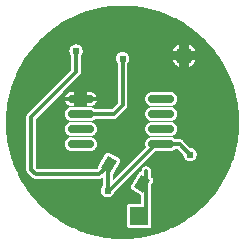
<source format=gbl>
G04 Layer: BottomLayer*
G04 EasyEDA v5.9.41, Tue, 05 Feb 2019 18:09:35 GMT*
G04 103b8e95693e4c8e91cf80fae80cb03d*
G04 Gerber Generator version 0.2*
G04 Scale: 100 percent, Rotated: No, Reflected: No *
G04 Dimensions in millimeters *
G04 leading zeros omitted , absolute positions ,3 integer and 3 decimal *
%FSLAX33Y33*%
%MOMM*%
G90*
G71D02*

%ADD11C,0.299999*%
%ADD12C,0.619760*%
%ADD15C,1.574800*%
%ADD16R,1.574800X1.574800*%
%ADD17C,0.699999*%

%LPD*%
G36*
G01X10033Y152D02*
G01X9855Y154D01*
G01X9677Y158D01*
G01X9499Y166D01*
G01X9322Y178D01*
G01X9145Y192D01*
G01X8968Y209D01*
G01X8791Y230D01*
G01X8615Y254D01*
G01X8439Y281D01*
G01X8263Y312D01*
G01X8089Y345D01*
G01X7915Y382D01*
G01X7741Y421D01*
G01X7569Y464D01*
G01X7397Y510D01*
G01X7226Y559D01*
G01X7056Y611D01*
G01X6886Y666D01*
G01X6718Y724D01*
G01X6551Y786D01*
G01X6385Y850D01*
G01X6221Y917D01*
G01X6057Y987D01*
G01X5895Y1060D01*
G01X14171Y1060D01*
G01X14008Y987D01*
G01X13845Y917D01*
G01X13680Y850D01*
G01X13514Y786D01*
G01X13347Y724D01*
G01X13179Y666D01*
G01X13010Y611D01*
G01X12840Y559D01*
G01X12669Y510D01*
G01X12497Y464D01*
G01X12324Y421D01*
G01X12151Y382D01*
G01X11977Y345D01*
G01X11802Y312D01*
G01X11627Y281D01*
G01X11451Y254D01*
G01X11275Y230D01*
G01X11098Y209D01*
G01X10921Y192D01*
G01X10744Y178D01*
G01X10566Y166D01*
G01X10388Y158D01*
G01X10211Y154D01*
G01X10033Y152D01*
G37*

%LPD*%
G36*
G01X5895Y1060D02*
G01X5895Y1060D01*
G01X5739Y1134D01*
G01X5584Y1210D01*
G01X5430Y1289D01*
G01X5278Y1371D01*
G01X5127Y1456D01*
G01X4978Y1543D01*
G01X4830Y1632D01*
G01X4684Y1725D01*
G01X4540Y1819D01*
G01X4397Y1917D01*
G01X4256Y2017D01*
G01X4117Y2119D01*
G01X3979Y2223D01*
G01X3844Y2330D01*
G01X3710Y2440D01*
G01X3578Y2552D01*
G01X3448Y2666D01*
G01X3320Y2782D01*
G01X3195Y2900D01*
G01X3071Y3021D01*
G01X2949Y3144D01*
G01X10642Y3144D01*
G01X10642Y3144D01*
G01X10638Y3144D01*
G01X10633Y3144D01*
G01X10629Y3143D01*
G01X10624Y3143D01*
G01X10620Y3143D01*
G01X10615Y3142D01*
G01X10611Y3142D01*
G01X10607Y3141D01*
G01X10602Y3141D01*
G01X10598Y3140D01*
G01X10593Y3139D01*
G01X10589Y3138D01*
G01X10584Y3137D01*
G01X10580Y3136D01*
G01X10576Y3135D01*
G01X10571Y3134D01*
G01X10567Y3132D01*
G01X10563Y3131D01*
G01X10559Y3130D01*
G01X10554Y3128D01*
G01X10550Y3127D01*
G01X10546Y3125D01*
G01X10542Y3123D01*
G01X10538Y3121D01*
G01X10534Y3119D01*
G01X10530Y3118D01*
G01X10526Y3115D01*
G01X10522Y3113D01*
G01X10518Y3111D01*
G01X10514Y3109D01*
G01X10510Y3107D01*
G01X10506Y3104D01*
G01X10502Y3102D01*
G01X10499Y3099D01*
G01X10495Y3097D01*
G01X10491Y3094D01*
G01X10488Y3091D01*
G01X10484Y3089D01*
G01X10481Y3086D01*
G01X10477Y3083D01*
G01X10474Y3080D01*
G01X10470Y3077D01*
G01X10467Y3074D01*
G01X10464Y3071D01*
G01X10461Y3068D01*
G01X10458Y3064D01*
G01X10455Y3061D01*
G01X10452Y3058D01*
G01X10449Y3054D01*
G01X10446Y3051D01*
G01X10443Y3048D01*
G01X10440Y3044D01*
G01X10438Y3040D01*
G01X10435Y3037D01*
G01X10432Y3033D01*
G01X10430Y3029D01*
G01X10427Y3026D01*
G01X10425Y3022D01*
G01X10423Y3018D01*
G01X10420Y3014D01*
G01X10418Y3010D01*
G01X10416Y3006D01*
G01X10414Y3002D01*
G01X10412Y2998D01*
G01X10410Y2994D01*
G01X10409Y2990D01*
G01X10407Y2986D01*
G01X10405Y2982D01*
G01X10404Y2977D01*
G01X10402Y2973D01*
G01X10401Y2969D01*
G01X10399Y2965D01*
G01X10398Y2960D01*
G01X10397Y2956D01*
G01X10396Y2952D01*
G01X10395Y2947D01*
G01X10394Y2943D01*
G01X10393Y2938D01*
G01X10392Y2934D01*
G01X10391Y2930D01*
G01X10390Y2925D01*
G01X10390Y2921D01*
G01X10389Y2916D01*
G01X10389Y2912D01*
G01X10388Y2907D01*
G01X10388Y2903D01*
G01X10388Y2898D01*
G01X10388Y2894D01*
G01X10388Y2889D01*
G01X10388Y2889D01*
G01X10388Y1315D01*
G01X10388Y1315D01*
G01X10388Y1310D01*
G01X10388Y1306D01*
G01X10388Y1301D01*
G01X10388Y1297D01*
G01X10389Y1292D01*
G01X10389Y1288D01*
G01X10390Y1283D01*
G01X10390Y1279D01*
G01X10391Y1274D01*
G01X10392Y1270D01*
G01X10393Y1265D01*
G01X10394Y1261D01*
G01X10395Y1257D01*
G01X10396Y1252D01*
G01X10397Y1248D01*
G01X10398Y1244D01*
G01X10399Y1239D01*
G01X10401Y1235D01*
G01X10402Y1231D01*
G01X10404Y1227D01*
G01X10405Y1222D01*
G01X10407Y1218D01*
G01X10409Y1214D01*
G01X10410Y1210D01*
G01X10412Y1206D01*
G01X10414Y1202D01*
G01X10416Y1198D01*
G01X10418Y1194D01*
G01X10420Y1190D01*
G01X10423Y1186D01*
G01X10425Y1182D01*
G01X10427Y1178D01*
G01X10430Y1175D01*
G01X10432Y1171D01*
G01X10435Y1167D01*
G01X10438Y1163D01*
G01X10440Y1160D01*
G01X10443Y1156D01*
G01X10446Y1153D01*
G01X10449Y1149D01*
G01X10452Y1146D01*
G01X10455Y1143D01*
G01X10458Y1139D01*
G01X10461Y1136D01*
G01X10464Y1133D01*
G01X10467Y1130D01*
G01X10470Y1127D01*
G01X10474Y1124D01*
G01X10477Y1121D01*
G01X10481Y1118D01*
G01X10484Y1115D01*
G01X10488Y1112D01*
G01X10491Y1110D01*
G01X10495Y1107D01*
G01X10499Y1104D01*
G01X10502Y1102D01*
G01X10506Y1100D01*
G01X10510Y1097D01*
G01X10514Y1095D01*
G01X10518Y1093D01*
G01X10522Y1090D01*
G01X10526Y1088D01*
G01X10530Y1086D01*
G01X10534Y1084D01*
G01X10538Y1083D01*
G01X10542Y1081D01*
G01X10546Y1079D01*
G01X10550Y1077D01*
G01X10554Y1076D01*
G01X10559Y1074D01*
G01X10563Y1073D01*
G01X10567Y1071D01*
G01X10571Y1070D01*
G01X10576Y1069D01*
G01X10580Y1068D01*
G01X10584Y1067D01*
G01X10589Y1066D01*
G01X10593Y1065D01*
G01X10598Y1064D01*
G01X10602Y1063D01*
G01X10607Y1063D01*
G01X10611Y1062D01*
G01X10615Y1061D01*
G01X10620Y1061D01*
G01X10624Y1061D01*
G01X10629Y1060D01*
G01X10633Y1060D01*
G01X10638Y1060D01*
G01X10642Y1060D01*
G01X10642Y1060D01*
G01X5895Y1060D01*
G37*

%LPD*%
G36*
G01X12217Y1060D02*
G01X12217Y1060D01*
G01X12222Y1060D01*
G01X12226Y1060D01*
G01X12231Y1060D01*
G01X12235Y1061D01*
G01X12240Y1061D01*
G01X12244Y1061D01*
G01X12249Y1062D01*
G01X12253Y1063D01*
G01X12257Y1063D01*
G01X12262Y1064D01*
G01X12266Y1065D01*
G01X12271Y1066D01*
G01X12275Y1067D01*
G01X12279Y1068D01*
G01X12284Y1069D01*
G01X12288Y1070D01*
G01X12292Y1071D01*
G01X12297Y1073D01*
G01X12301Y1074D01*
G01X12305Y1076D01*
G01X12309Y1077D01*
G01X12314Y1079D01*
G01X12318Y1081D01*
G01X12322Y1083D01*
G01X12326Y1084D01*
G01X12330Y1086D01*
G01X12334Y1088D01*
G01X12338Y1090D01*
G01X12342Y1093D01*
G01X12346Y1095D01*
G01X12350Y1097D01*
G01X12353Y1100D01*
G01X12357Y1102D01*
G01X12361Y1104D01*
G01X12365Y1107D01*
G01X12368Y1110D01*
G01X12372Y1112D01*
G01X12375Y1115D01*
G01X12379Y1118D01*
G01X12382Y1121D01*
G01X12386Y1124D01*
G01X12389Y1127D01*
G01X12392Y1130D01*
G01X12396Y1133D01*
G01X12399Y1136D01*
G01X12402Y1139D01*
G01X12405Y1143D01*
G01X12408Y1146D01*
G01X12411Y1149D01*
G01X12414Y1153D01*
G01X12417Y1156D01*
G01X12419Y1160D01*
G01X12422Y1163D01*
G01X12425Y1167D01*
G01X12427Y1171D01*
G01X12430Y1175D01*
G01X12432Y1178D01*
G01X12435Y1182D01*
G01X12437Y1186D01*
G01X12439Y1190D01*
G01X12441Y1194D01*
G01X12443Y1198D01*
G01X12445Y1202D01*
G01X12447Y1206D01*
G01X12449Y1210D01*
G01X12451Y1214D01*
G01X12453Y1218D01*
G01X12454Y1222D01*
G01X12456Y1227D01*
G01X12457Y1231D01*
G01X12459Y1235D01*
G01X12460Y1239D01*
G01X12462Y1244D01*
G01X12463Y1248D01*
G01X12464Y1252D01*
G01X12465Y1257D01*
G01X12466Y1261D01*
G01X12467Y1265D01*
G01X12468Y1270D01*
G01X12468Y1274D01*
G01X12469Y1279D01*
G01X12470Y1283D01*
G01X12470Y1288D01*
G01X12471Y1292D01*
G01X12471Y1297D01*
G01X12471Y1301D01*
G01X12471Y1306D01*
G01X12472Y1310D01*
G01X12472Y1315D01*
G01X12472Y2889D01*
G01X12472Y2889D01*
G01X12472Y2894D01*
G01X12471Y2898D01*
G01X12471Y2903D01*
G01X12471Y2907D01*
G01X12471Y2912D01*
G01X12470Y2916D01*
G01X12470Y2920D01*
G01X12469Y2925D01*
G01X12469Y2929D01*
G01X12468Y2934D01*
G01X12467Y2938D01*
G01X12466Y2942D01*
G01X12465Y2947D01*
G01X12464Y2951D01*
G01X12463Y2955D01*
G01X12462Y2960D01*
G01X12461Y2964D01*
G01X12459Y2968D01*
G01X12458Y2972D01*
G01X12456Y2976D01*
G01X12455Y2981D01*
G01X12453Y2985D01*
G01X12451Y2989D01*
G01X12450Y2993D01*
G01X12448Y2997D01*
G01X12446Y3001D01*
G01X12444Y3005D01*
G01X12444Y3005D01*
G01X12444Y3144D01*
G01X17116Y3144D01*
G01X16995Y3021D01*
G01X16871Y2900D01*
G01X16745Y2782D01*
G01X16617Y2666D01*
G01X16488Y2552D01*
G01X16356Y2440D01*
G01X16222Y2330D01*
G01X16086Y2223D01*
G01X15949Y2119D01*
G01X15810Y2017D01*
G01X15669Y1917D01*
G01X15526Y1819D01*
G01X15381Y1725D01*
G01X15235Y1632D01*
G01X15088Y1543D01*
G01X14938Y1456D01*
G01X14788Y1371D01*
G01X14635Y1289D01*
G01X14482Y1210D01*
G01X14327Y1134D01*
G01X14171Y1060D01*
G01X12217Y1060D01*
G37*

%LPD*%
G36*
G01X2949Y3144D02*
G01X2949Y3144D01*
G01X2794Y3308D01*
G01X2794Y3697D01*
G01X10922Y3697D01*
G01X10922Y3144D01*
G01X2949Y3144D01*
G37*

%LPD*%
G36*
G01X12444Y3144D02*
G01X12444Y4725D01*
G01X12614Y5018D01*
G01X12614Y5018D01*
G01X12616Y5022D01*
G01X12618Y5026D01*
G01X12620Y5030D01*
G01X12622Y5034D01*
G01X12624Y5038D01*
G01X12626Y5042D01*
G01X12628Y5047D01*
G01X12629Y5051D01*
G01X12631Y5055D01*
G01X12632Y5059D01*
G01X12634Y5063D01*
G01X12635Y5068D01*
G01X12637Y5072D01*
G01X12638Y5076D01*
G01X12639Y5081D01*
G01X12640Y5085D01*
G01X12641Y5089D01*
G01X12642Y5094D01*
G01X12643Y5098D01*
G01X12644Y5103D01*
G01X12645Y5107D01*
G01X12645Y5111D01*
G01X12646Y5116D01*
G01X12646Y5120D01*
G01X12647Y5125D01*
G01X12647Y5129D01*
G01X12647Y5134D01*
G01X12647Y5138D01*
G01X12648Y5143D01*
G01X12648Y5147D01*
G01X12648Y5152D01*
G01X12647Y5156D01*
G01X12647Y5161D01*
G01X12647Y5165D01*
G01X12646Y5170D01*
G01X12646Y5174D01*
G01X12645Y5179D01*
G01X12645Y5183D01*
G01X12644Y5187D01*
G01X12643Y5192D01*
G01X12643Y5196D01*
G01X12642Y5201D01*
G01X12641Y5205D01*
G01X12639Y5209D01*
G01X12638Y5214D01*
G01X12637Y5218D01*
G01X12636Y5222D01*
G01X12634Y5227D01*
G01X12633Y5231D01*
G01X12631Y5235D01*
G01X12630Y5239D01*
G01X12628Y5243D01*
G01X12626Y5248D01*
G01X12624Y5252D01*
G01X12623Y5256D01*
G01X12621Y5260D01*
G01X12619Y5264D01*
G01X12616Y5268D01*
G01X12614Y5272D01*
G01X12612Y5276D01*
G01X12610Y5279D01*
G01X12607Y5283D01*
G01X12605Y5287D01*
G01X12602Y5291D01*
G01X12600Y5294D01*
G01X12597Y5298D01*
G01X12594Y5302D01*
G01X12592Y5305D01*
G01X12589Y5309D01*
G01X12586Y5312D01*
G01X12583Y5315D01*
G01X12580Y5319D01*
G01X12577Y5322D01*
G01X12574Y5325D01*
G01X12570Y5328D01*
G01X12567Y5331D01*
G01X12564Y5334D01*
G01X12560Y5337D01*
G01X12557Y5340D01*
G01X12554Y5343D01*
G01X12550Y5346D01*
G01X12547Y5349D01*
G01X12543Y5351D01*
G01X12539Y5354D01*
G01X12536Y5357D01*
G01X12532Y5359D01*
G01X12528Y5362D01*
G01X12524Y5364D01*
G01X12520Y5366D01*
G01X12520Y5366D01*
G01X12444Y5410D01*
G01X12444Y5912D01*
G01X12444Y5912D01*
G01X12444Y5919D01*
G01X12444Y5926D01*
G01X12443Y5933D01*
G01X12443Y5940D01*
G01X12442Y5947D01*
G01X12442Y5954D01*
G01X12441Y5961D01*
G01X12440Y5968D01*
G01X12439Y5975D01*
G01X12438Y5982D01*
G01X12436Y5989D01*
G01X12435Y5996D01*
G01X12433Y6003D01*
G01X12432Y6010D01*
G01X12430Y6017D01*
G01X12428Y6023D01*
G01X12426Y6030D01*
G01X12424Y6037D01*
G01X12422Y6044D01*
G01X12419Y6050D01*
G01X12417Y6057D01*
G01X12414Y6063D01*
G01X12412Y6070D01*
G01X12409Y6076D01*
G01X12406Y6083D01*
G01X12403Y6089D01*
G01X12400Y6096D01*
G01X12397Y6102D01*
G01X12393Y6108D01*
G01X12390Y6114D01*
G01X12386Y6120D01*
G01X12382Y6126D01*
G01X12379Y6132D01*
G01X12375Y6138D01*
G01X12371Y6144D01*
G01X12367Y6150D01*
G01X12362Y6155D01*
G01X12358Y6161D01*
G01X12354Y6166D01*
G01X12349Y6172D01*
G01X12345Y6177D01*
G01X12340Y6183D01*
G01X12335Y6188D01*
G01X12330Y6193D01*
G01X12325Y6198D01*
G01X12320Y6203D01*
G01X12315Y6208D01*
G01X12310Y6213D01*
G01X12305Y6217D01*
G01X12299Y6222D01*
G01X12294Y6226D01*
G01X12288Y6231D01*
G01X12283Y6235D01*
G01X12277Y6239D01*
G01X12271Y6243D01*
G01X12266Y6247D01*
G01X12260Y6251D01*
G01X12254Y6255D01*
G01X12248Y6259D01*
G01X12242Y6262D01*
G01X12235Y6266D01*
G01X12229Y6269D01*
G01X12223Y6272D01*
G01X12217Y6275D01*
G01X12210Y6279D01*
G01X12204Y6281D01*
G01X12197Y6284D01*
G01X12191Y6287D01*
G01X12184Y6290D01*
G01X12178Y6292D01*
G01X12171Y6294D01*
G01X12164Y6297D01*
G01X12158Y6299D01*
G01X12151Y6301D01*
G01X12144Y6303D01*
G01X12137Y6304D01*
G01X12130Y6306D01*
G01X12123Y6308D01*
G01X12117Y6309D01*
G01X12110Y6310D01*
G01X12103Y6311D01*
G01X12096Y6312D01*
G01X12089Y6313D01*
G01X12082Y6314D01*
G01X12075Y6315D01*
G01X12068Y6315D01*
G01X12061Y6316D01*
G01X12053Y6316D01*
G01X12046Y6316D01*
G01X12039Y6316D01*
G01X19050Y6316D01*
G01X19050Y5992D01*
G01X19050Y5992D01*
G01X18978Y5835D01*
G01X18903Y5679D01*
G01X18825Y5524D01*
G01X18745Y5371D01*
G01X18662Y5219D01*
G01X18576Y5069D01*
G01X18488Y4920D01*
G01X18397Y4773D01*
G01X18304Y4627D01*
G01X18208Y4483D01*
G01X18110Y4341D01*
G01X18009Y4200D01*
G01X17905Y4062D01*
G01X17800Y3925D01*
G01X17691Y3790D01*
G01X17581Y3656D01*
G01X17468Y3525D01*
G01X17353Y3396D01*
G01X17236Y3269D01*
G01X17116Y3144D01*
G01X12444Y3144D01*
G37*

%LPD*%
G36*
G01X2794Y3308D02*
G01X2669Y3445D01*
G01X2547Y3584D01*
G01X2427Y3725D01*
G01X2310Y3869D01*
G01X2196Y4015D01*
G01X2085Y4163D01*
G01X1976Y4313D01*
G01X1870Y4465D01*
G01X1767Y4619D01*
G01X1667Y4775D01*
G01X1570Y4933D01*
G01X1476Y5092D01*
G01X1385Y5253D01*
G01X2794Y5253D01*
G01X2794Y3308D01*
G37*

%LPD*%
G36*
G01X2794Y3697D02*
G01X2794Y5253D01*
G01X8384Y5253D01*
G01X8384Y4679D01*
G01X8384Y4679D01*
G01X8376Y4672D01*
G01X8369Y4665D01*
G01X8362Y4659D01*
G01X8355Y4651D01*
G01X8348Y4644D01*
G01X8342Y4637D01*
G01X8335Y4629D01*
G01X8329Y4622D01*
G01X8323Y4614D01*
G01X8316Y4606D01*
G01X8310Y4599D01*
G01X8305Y4591D01*
G01X8299Y4582D01*
G01X8293Y4574D01*
G01X8288Y4566D01*
G01X8283Y4558D01*
G01X8277Y4549D01*
G01X8272Y4541D01*
G01X8268Y4532D01*
G01X8263Y4523D01*
G01X8258Y4514D01*
G01X8254Y4505D01*
G01X8250Y4496D01*
G01X8246Y4487D01*
G01X8242Y4478D01*
G01X8238Y4469D01*
G01X8235Y4460D01*
G01X8231Y4451D01*
G01X8228Y4441D01*
G01X8225Y4432D01*
G01X8222Y4422D01*
G01X8219Y4413D01*
G01X8217Y4403D01*
G01X8214Y4394D01*
G01X8212Y4384D01*
G01X8210Y4374D01*
G01X8208Y4365D01*
G01X8206Y4355D01*
G01X8205Y4345D01*
G01X8203Y4335D01*
G01X8202Y4325D01*
G01X8201Y4316D01*
G01X8200Y4306D01*
G01X8199Y4296D01*
G01X8199Y4286D01*
G01X8199Y4276D01*
G01X8198Y4266D01*
G01X8198Y4256D01*
G01X8199Y4246D01*
G01X8199Y4236D01*
G01X8199Y4227D01*
G01X8200Y4217D01*
G01X8201Y4207D01*
G01X8202Y4197D01*
G01X8203Y4187D01*
G01X8205Y4177D01*
G01X8206Y4167D01*
G01X8208Y4158D01*
G01X8210Y4148D01*
G01X8212Y4138D01*
G01X8214Y4129D01*
G01X8216Y4119D01*
G01X8219Y4109D01*
G01X8222Y4100D01*
G01X8225Y4090D01*
G01X8228Y4081D01*
G01X8231Y4072D01*
G01X8234Y4062D01*
G01X8238Y4053D01*
G01X8242Y4044D01*
G01X8246Y4035D01*
G01X8250Y4026D01*
G01X8254Y4017D01*
G01X8258Y4008D01*
G01X8263Y3999D01*
G01X8267Y3990D01*
G01X8272Y3982D01*
G01X8277Y3973D01*
G01X8282Y3965D01*
G01X8288Y3956D01*
G01X8293Y3948D01*
G01X8299Y3940D01*
G01X8304Y3932D01*
G01X8310Y3924D01*
G01X8316Y3916D01*
G01X8322Y3908D01*
G01X8329Y3900D01*
G01X8335Y3893D01*
G01X8341Y3885D01*
G01X8348Y3878D01*
G01X8355Y3871D01*
G01X8362Y3864D01*
G01X8369Y3857D01*
G01X8376Y3850D01*
G01X8383Y3843D01*
G01X8391Y3837D01*
G01X8398Y3830D01*
G01X8406Y3824D01*
G01X8414Y3818D01*
G01X8421Y3811D01*
G01X8429Y3806D01*
G01X8437Y3800D01*
G01X8446Y3794D01*
G01X8454Y3789D01*
G01X8462Y3783D01*
G01X8471Y3778D01*
G01X8479Y3773D01*
G01X8488Y3768D01*
G01X8496Y3763D01*
G01X8505Y3759D01*
G01X8514Y3754D01*
G01X8523Y3750D01*
G01X8532Y3746D01*
G01X8541Y3742D01*
G01X8550Y3738D01*
G01X8559Y3734D01*
G01X8569Y3731D01*
G01X8578Y3728D01*
G01X8587Y3724D01*
G01X8597Y3721D01*
G01X8606Y3719D01*
G01X8616Y3716D01*
G01X8625Y3713D01*
G01X8635Y3711D01*
G01X8645Y3709D01*
G01X8654Y3707D01*
G01X8664Y3705D01*
G01X8674Y3704D01*
G01X8684Y3702D01*
G01X8694Y3701D01*
G01X8703Y3700D01*
G01X8713Y3699D01*
G01X8723Y3698D01*
G01X8733Y3697D01*
G01X8743Y3697D01*
G01X8753Y3697D01*
G01X8763Y3697D01*
G01X2794Y3697D01*
G37*

%LPD*%
G36*
G01X8763Y3697D02*
G01X8763Y3697D01*
G01X8773Y3697D01*
G01X8783Y3697D01*
G01X8793Y3697D01*
G01X8803Y3698D01*
G01X8813Y3699D01*
G01X8822Y3700D01*
G01X8832Y3701D01*
G01X8842Y3702D01*
G01X8852Y3704D01*
G01X8862Y3705D01*
G01X8872Y3707D01*
G01X8881Y3709D01*
G01X8891Y3711D01*
G01X8901Y3714D01*
G01X8910Y3716D01*
G01X8920Y3719D01*
G01X8930Y3722D01*
G01X8939Y3725D01*
G01X8949Y3728D01*
G01X8958Y3731D01*
G01X8967Y3735D01*
G01X8977Y3739D01*
G01X8986Y3742D01*
G01X8995Y3746D01*
G01X9004Y3751D01*
G01X9013Y3755D01*
G01X9022Y3759D01*
G01X9031Y3764D01*
G01X9039Y3769D01*
G01X9048Y3774D01*
G01X9056Y3779D01*
G01X9065Y3784D01*
G01X9073Y3790D01*
G01X9082Y3795D01*
G01X9090Y3801D01*
G01X9098Y3807D01*
G01X9106Y3813D01*
G01X9114Y3819D01*
G01X9121Y3825D01*
G01X9129Y3832D01*
G01X9137Y3838D01*
G01X9144Y3845D01*
G01X9151Y3852D01*
G01X9158Y3858D01*
G01X9165Y3866D01*
G01X9172Y3873D01*
G01X9179Y3880D01*
G01X9186Y3887D01*
G01X9192Y3895D01*
G01X9199Y3903D01*
G01X9205Y3910D01*
G01X9211Y3918D01*
G01X9217Y3926D01*
G01X9223Y3934D01*
G01X9229Y3942D01*
G01X9234Y3951D01*
G01X9240Y3959D01*
G01X9245Y3968D01*
G01X9250Y3976D01*
G01X9255Y3985D01*
G01X9260Y3993D01*
G01X9264Y4002D01*
G01X9269Y4011D01*
G01X9273Y4020D01*
G01X9277Y4029D01*
G01X9281Y4038D01*
G01X9285Y4048D01*
G01X9289Y4057D01*
G01X9292Y4066D01*
G01X9296Y4076D01*
G01X9299Y4085D01*
G01X9302Y4094D01*
G01X9305Y4104D01*
G01X10922Y5721D01*
G01X10922Y4925D01*
G01X10776Y4672D01*
G01X10776Y4672D01*
G01X10773Y4668D01*
G01X10771Y4664D01*
G01X10769Y4660D01*
G01X10767Y4656D01*
G01X10765Y4652D01*
G01X10763Y4648D01*
G01X10762Y4644D01*
G01X10760Y4639D01*
G01X10758Y4635D01*
G01X10757Y4631D01*
G01X10755Y4627D01*
G01X10754Y4623D01*
G01X10752Y4618D01*
G01X10751Y4614D01*
G01X10750Y4610D01*
G01X10749Y4605D01*
G01X10748Y4601D01*
G01X10747Y4597D01*
G01X10746Y4592D01*
G01X10745Y4588D01*
G01X10744Y4583D01*
G01X10744Y4579D01*
G01X10743Y4574D01*
G01X10743Y4570D01*
G01X10742Y4565D01*
G01X10742Y4561D01*
G01X10742Y4556D01*
G01X10742Y4552D01*
G01X10742Y4548D01*
G01X10742Y4543D01*
G01X10742Y4539D01*
G01X10742Y4534D01*
G01X10742Y4530D01*
G01X10742Y4525D01*
G01X10743Y4521D01*
G01X10743Y4516D01*
G01X10744Y4512D01*
G01X10744Y4507D01*
G01X10745Y4503D01*
G01X10746Y4498D01*
G01X10747Y4494D01*
G01X10748Y4490D01*
G01X10749Y4485D01*
G01X10750Y4481D01*
G01X10751Y4476D01*
G01X10752Y4472D01*
G01X10753Y4468D01*
G01X10755Y4464D01*
G01X10756Y4459D01*
G01X10758Y4455D01*
G01X10759Y4451D01*
G01X10761Y4447D01*
G01X10763Y4443D01*
G01X10765Y4439D01*
G01X10767Y4434D01*
G01X10769Y4430D01*
G01X10771Y4426D01*
G01X10773Y4422D01*
G01X10775Y4419D01*
G01X10777Y4415D01*
G01X10779Y4411D01*
G01X10782Y4407D01*
G01X10784Y4403D01*
G01X10787Y4400D01*
G01X10789Y4396D01*
G01X10792Y4392D01*
G01X10795Y4389D01*
G01X10798Y4385D01*
G01X10800Y4382D01*
G01X10803Y4378D01*
G01X10806Y4375D01*
G01X10809Y4372D01*
G01X10812Y4368D01*
G01X10816Y4365D01*
G01X10819Y4362D01*
G01X10822Y4359D01*
G01X10825Y4356D01*
G01X10829Y4353D01*
G01X10832Y4350D01*
G01X10836Y4347D01*
G01X10839Y4344D01*
G01X10843Y4341D01*
G01X10846Y4339D01*
G01X10850Y4336D01*
G01X10854Y4334D01*
G01X10857Y4331D01*
G01X10861Y4329D01*
G01X10865Y4326D01*
G01X10869Y4324D01*
G01X10869Y4324D01*
G01X10922Y4294D01*
G01X10922Y3697D01*
G01X8763Y3697D01*
G37*

%LPD*%
G36*
G01X10922Y3144D02*
G01X10922Y4294D01*
G01X11635Y3882D01*
G01X11635Y3144D01*
G01X10922Y3144D01*
G37*

%LPD*%
G36*
G01X11056Y5855D02*
G01X11517Y6316D01*
G01X12039Y6316D01*
G01X12039Y6316D01*
G01X12032Y6316D01*
G01X12025Y6316D01*
G01X12018Y6316D01*
G01X12011Y6315D01*
G01X12004Y6315D01*
G01X11997Y6314D01*
G01X11989Y6313D01*
G01X11982Y6312D01*
G01X11975Y6311D01*
G01X11968Y6310D01*
G01X11961Y6309D01*
G01X11954Y6307D01*
G01X11947Y6306D01*
G01X11940Y6304D01*
G01X11934Y6302D01*
G01X11927Y6300D01*
G01X11920Y6298D01*
G01X11913Y6296D01*
G01X11906Y6294D01*
G01X11900Y6291D01*
G01X11893Y6289D01*
G01X11886Y6286D01*
G01X11880Y6284D01*
G01X11873Y6281D01*
G01X11867Y6278D01*
G01X11860Y6275D01*
G01X11854Y6271D01*
G01X11847Y6268D01*
G01X11841Y6265D01*
G01X11835Y6261D01*
G01X11829Y6257D01*
G01X11823Y6254D01*
G01X11817Y6250D01*
G01X11811Y6246D01*
G01X11805Y6242D01*
G01X11799Y6237D01*
G01X11794Y6233D01*
G01X11788Y6229D01*
G01X11782Y6224D01*
G01X11777Y6220D01*
G01X11772Y6215D01*
G01X11766Y6210D01*
G01X11761Y6205D01*
G01X11756Y6200D01*
G01X11751Y6195D01*
G01X11746Y6190D01*
G01X11741Y6185D01*
G01X11736Y6180D01*
G01X11732Y6174D01*
G01X11727Y6169D01*
G01X11722Y6163D01*
G01X11718Y6158D01*
G01X11714Y6152D01*
G01X11710Y6146D01*
G01X11706Y6140D01*
G01X11702Y6134D01*
G01X11698Y6128D01*
G01X11694Y6122D01*
G01X11690Y6116D01*
G01X11687Y6110D01*
G01X11683Y6104D01*
G01X11680Y6097D01*
G01X11677Y6091D01*
G01X11674Y6085D01*
G01X11671Y6078D01*
G01X11668Y6072D01*
G01X11665Y6065D01*
G01X11662Y6058D01*
G01X11660Y6052D01*
G01X11657Y6045D01*
G01X11655Y6038D01*
G01X11653Y6031D01*
G01X11651Y6025D01*
G01X11649Y6018D01*
G01X11647Y6011D01*
G01X11645Y6004D01*
G01X11644Y5997D01*
G01X11642Y5990D01*
G01X11641Y5983D01*
G01X11640Y5976D01*
G01X11639Y5969D01*
G01X11638Y5962D01*
G01X11637Y5955D01*
G01X11636Y5948D01*
G01X11636Y5940D01*
G01X11635Y5933D01*
G01X11635Y5926D01*
G01X11635Y5919D01*
G01X11635Y5912D01*
G01X11635Y5855D01*
G01X11056Y5855D01*
G37*

%LPD*%
G36*
G01X11517Y6316D02*
G01X11945Y6745D01*
G01X19050Y6745D01*
G01X19050Y6316D01*
G01X11517Y6316D01*
G37*

%LPD*%
G36*
G01X19050Y5992D02*
G01X19050Y5992D01*
G01X19050Y14086D01*
G01X19121Y13923D01*
G01X19190Y13758D01*
G01X19255Y13592D01*
G01X19318Y13425D01*
G01X19377Y13256D01*
G01X19434Y13087D01*
G01X19487Y12917D01*
G01X19538Y12745D01*
G01X19585Y12573D01*
G01X19629Y12400D01*
G01X19670Y12226D01*
G01X19708Y12052D01*
G01X19742Y11877D01*
G01X19774Y11701D01*
G01X19802Y11525D01*
G01X19827Y11348D01*
G01X19849Y11171D01*
G01X19868Y10993D01*
G01X19884Y10815D01*
G01X19896Y10637D01*
G01X19905Y10459D01*
G01X19911Y10281D01*
G01X19913Y10102D01*
G01X19913Y10102D01*
G01X19913Y10102D01*
G01X19913Y9926D01*
G01X19910Y9749D01*
G01X19903Y9573D01*
G01X19893Y9397D01*
G01X19880Y9221D01*
G01X19864Y9046D01*
G01X19845Y8870D01*
G01X19823Y8695D01*
G01X19797Y8521D01*
G01X19769Y8347D01*
G01X19737Y8174D01*
G01X19702Y8001D01*
G01X19665Y7828D01*
G01X19624Y7657D01*
G01X19580Y7486D01*
G01X19533Y7316D01*
G01X19483Y7147D01*
G01X19430Y6979D01*
G01X19374Y6812D01*
G01X19315Y6646D01*
G01X19253Y6481D01*
G01X19188Y6317D01*
G01X19120Y6154D01*
G01X19050Y5992D01*
G37*

%LPD*%
G36*
G01X1385Y5253D02*
G01X1301Y5408D01*
G01X1220Y5565D01*
G01X1142Y5723D01*
G01X1066Y5882D01*
G01X994Y6042D01*
G01X924Y6204D01*
G01X857Y6367D01*
G01X793Y6531D01*
G01X732Y6697D01*
G01X674Y6863D01*
G01X619Y7030D01*
G01X567Y7199D01*
G01X518Y7368D01*
G01X472Y7538D01*
G01X429Y7709D01*
G01X389Y7880D01*
G01X352Y8052D01*
G01X319Y8225D01*
G01X288Y8399D01*
G01X260Y8573D01*
G01X236Y8747D01*
G01X215Y8922D01*
G01X196Y9097D01*
G01X181Y9273D01*
G01X169Y9449D01*
G01X160Y9625D01*
G01X155Y9801D01*
G01X152Y9977D01*
G01X152Y9977D01*
G01X152Y9977D01*
G01X153Y10175D01*
G01X157Y10374D01*
G01X166Y10572D01*
G01X178Y10770D01*
G01X2000Y10770D01*
G01X2000Y10770D01*
G01X1995Y10765D01*
G01X1990Y10760D01*
G01X1985Y10754D01*
G01X1980Y10749D01*
G01X1975Y10743D01*
G01X1971Y10738D01*
G01X1966Y10732D01*
G01X1962Y10726D01*
G01X1958Y10721D01*
G01X1953Y10715D01*
G01X1949Y10709D01*
G01X1945Y10703D01*
G01X1942Y10697D01*
G01X1938Y10690D01*
G01X1934Y10684D01*
G01X1931Y10678D01*
G01X1927Y10671D01*
G01X1924Y10665D01*
G01X1921Y10659D01*
G01X1918Y10652D01*
G01X1915Y10645D01*
G01X1912Y10639D01*
G01X1909Y10632D01*
G01X1907Y10625D01*
G01X1904Y10618D01*
G01X1902Y10612D01*
G01X1900Y10605D01*
G01X1898Y10598D01*
G01X1896Y10591D01*
G01X1894Y10584D01*
G01X1892Y10577D01*
G01X1890Y10570D01*
G01X1889Y10563D01*
G01X1888Y10556D01*
G01X1886Y10549D01*
G01X1885Y10541D01*
G01X1884Y10534D01*
G01X1884Y10527D01*
G01X1883Y10520D01*
G01X1882Y10513D01*
G01X1882Y10506D01*
G01X1881Y10498D01*
G01X1881Y10491D01*
G01X1881Y10484D01*
G01X1881Y6039D01*
G01X1881Y6039D01*
G01X1881Y6032D01*
G01X1881Y6024D01*
G01X1882Y6017D01*
G01X1882Y6010D01*
G01X1883Y6003D01*
G01X1884Y5996D01*
G01X1884Y5989D01*
G01X1885Y5981D01*
G01X1886Y5974D01*
G01X1888Y5967D01*
G01X1889Y5960D01*
G01X1890Y5953D01*
G01X1892Y5946D01*
G01X1894Y5939D01*
G01X1896Y5932D01*
G01X1898Y5925D01*
G01X1900Y5918D01*
G01X1902Y5911D01*
G01X1904Y5904D01*
G01X1907Y5898D01*
G01X1909Y5891D01*
G01X1912Y5884D01*
G01X1915Y5877D01*
G01X1918Y5871D01*
G01X1921Y5864D01*
G01X1924Y5858D01*
G01X1927Y5851D01*
G01X1931Y5845D01*
G01X1934Y5839D01*
G01X1938Y5833D01*
G01X1942Y5826D01*
G01X1945Y5820D01*
G01X1949Y5814D01*
G01X1953Y5808D01*
G01X1958Y5802D01*
G01X1962Y5797D01*
G01X1966Y5791D01*
G01X1971Y5785D01*
G01X1975Y5780D01*
G01X1980Y5774D01*
G01X1985Y5769D01*
G01X1990Y5763D01*
G01X1995Y5758D01*
G01X2000Y5753D01*
G01X2381Y5372D01*
G01X2386Y5367D01*
G01X2391Y5362D01*
G01X2396Y5357D01*
G01X2402Y5352D01*
G01X2407Y5348D01*
G01X2413Y5343D01*
G01X2419Y5338D01*
G01X2424Y5334D01*
G01X2430Y5330D01*
G01X2436Y5326D01*
G01X2442Y5322D01*
G01X2448Y5318D01*
G01X2454Y5314D01*
G01X2460Y5310D01*
G01X2467Y5306D01*
G01X2473Y5303D01*
G01X2479Y5299D01*
G01X2486Y5296D01*
G01X2492Y5293D01*
G01X2499Y5290D01*
G01X2505Y5287D01*
G01X2512Y5284D01*
G01X2519Y5282D01*
G01X2525Y5279D01*
G01X2532Y5276D01*
G01X2539Y5274D01*
G01X2546Y5272D01*
G01X2553Y5270D01*
G01X2560Y5268D01*
G01X2567Y5266D01*
G01X2574Y5264D01*
G01X2581Y5263D01*
G01X2588Y5261D01*
G01X2595Y5260D01*
G01X2602Y5259D01*
G01X2609Y5258D01*
G01X2616Y5257D01*
G01X2624Y5256D01*
G01X2631Y5255D01*
G01X2638Y5254D01*
G01X2645Y5254D01*
G01X2652Y5254D01*
G01X2660Y5253D01*
G01X2667Y5253D01*
G01X1385Y5253D01*
G37*

%LPD*%
G36*
G01X8066Y5253D02*
G01X8073Y5253D01*
G01X8081Y5254D01*
G01X8088Y5254D01*
G01X8095Y5254D01*
G01X8102Y5255D01*
G01X8109Y5256D01*
G01X8117Y5257D01*
G01X8124Y5258D01*
G01X8131Y5259D01*
G01X8138Y5260D01*
G01X8145Y5261D01*
G01X8152Y5263D01*
G01X8159Y5264D01*
G01X8166Y5266D01*
G01X8173Y5268D01*
G01X8180Y5270D01*
G01X8187Y5272D01*
G01X8194Y5274D01*
G01X8201Y5276D01*
G01X8207Y5279D01*
G01X8214Y5282D01*
G01X8221Y5284D01*
G01X8228Y5287D01*
G01X8234Y5290D01*
G01X8241Y5293D01*
G01X8247Y5296D01*
G01X8254Y5299D01*
G01X8260Y5303D01*
G01X8266Y5306D01*
G01X8273Y5310D01*
G01X8279Y5314D01*
G01X8285Y5318D01*
G01X8291Y5322D01*
G01X8297Y5326D01*
G01X8303Y5330D01*
G01X8309Y5334D01*
G01X8314Y5338D01*
G01X8320Y5343D01*
G01X8325Y5348D01*
G01X8331Y5352D01*
G01X8336Y5357D01*
G01X8342Y5362D01*
G01X8347Y5367D01*
G01X8352Y5372D01*
G01X8384Y5403D01*
G01X8384Y5253D01*
G01X8066Y5253D01*
G37*

%LPD*%
G36*
G01X10922Y4925D02*
G01X10922Y5721D01*
G01X11056Y5855D01*
G01X11606Y5855D01*
G01X11606Y5855D01*
G01X11601Y5855D01*
G01X11597Y5855D01*
G01X11592Y5855D01*
G01X11588Y5854D01*
G01X11583Y5854D01*
G01X11579Y5854D01*
G01X11575Y5853D01*
G01X11570Y5852D01*
G01X11566Y5852D01*
G01X11561Y5851D01*
G01X11557Y5850D01*
G01X11553Y5849D01*
G01X11548Y5848D01*
G01X11544Y5847D01*
G01X11540Y5846D01*
G01X11535Y5845D01*
G01X11531Y5844D01*
G01X11527Y5842D01*
G01X11523Y5841D01*
G01X11519Y5840D01*
G01X11514Y5838D01*
G01X11510Y5836D01*
G01X11506Y5835D01*
G01X11502Y5833D01*
G01X11498Y5831D01*
G01X11494Y5829D01*
G01X11490Y5827D01*
G01X11486Y5825D01*
G01X11482Y5823D01*
G01X11478Y5821D01*
G01X11475Y5819D01*
G01X11471Y5816D01*
G01X11467Y5814D01*
G01X11463Y5811D01*
G01X11460Y5809D01*
G01X11456Y5806D01*
G01X11452Y5804D01*
G01X11449Y5801D01*
G01X11445Y5798D01*
G01X11442Y5795D01*
G01X11439Y5792D01*
G01X11435Y5790D01*
G01X11432Y5787D01*
G01X11429Y5783D01*
G01X11426Y5780D01*
G01X11423Y5777D01*
G01X11419Y5774D01*
G01X11416Y5771D01*
G01X11414Y5767D01*
G01X11411Y5764D01*
G01X11408Y5761D01*
G01X11405Y5757D01*
G01X11402Y5754D01*
G01X11400Y5750D01*
G01X11397Y5746D01*
G01X11395Y5743D01*
G01X11392Y5739D01*
G01X11390Y5735D01*
G01X11387Y5731D01*
G01X11385Y5728D01*
G01X10922Y4925D01*
G37*

%LPD*%
G36*
G01X11635Y5853D02*
G01X11630Y5854D01*
G01X11625Y5854D01*
G01X11620Y5854D01*
G01X11615Y5855D01*
G01X11610Y5855D01*
G01X11606Y5855D01*
G01X11635Y5855D01*
G01X11635Y5853D01*
G37*

%LPD*%
G36*
G01X11945Y6745D02*
G01X12794Y7593D01*
G01X14891Y7593D01*
G01X15183Y7301D01*
G01X15184Y7291D01*
G01X15184Y7281D01*
G01X15185Y7272D01*
G01X15185Y7262D01*
G01X15186Y7252D01*
G01X15187Y7242D01*
G01X15189Y7232D01*
G01X15190Y7223D01*
G01X15192Y7213D01*
G01X15193Y7203D01*
G01X15195Y7193D01*
G01X15197Y7184D01*
G01X15200Y7174D01*
G01X15202Y7165D01*
G01X15205Y7155D01*
G01X15208Y7146D01*
G01X15210Y7136D01*
G01X15214Y7127D01*
G01X15217Y7117D01*
G01X15220Y7108D01*
G01X15224Y7099D01*
G01X15228Y7090D01*
G01X15232Y7081D01*
G01X15236Y7072D01*
G01X15240Y7063D01*
G01X15244Y7054D01*
G01X15249Y7045D01*
G01X15253Y7037D01*
G01X15258Y7028D01*
G01X15263Y7019D01*
G01X15268Y7011D01*
G01X15274Y7003D01*
G01X15279Y6994D01*
G01X15285Y6986D01*
G01X15290Y6978D01*
G01X15296Y6970D01*
G01X15302Y6962D01*
G01X15308Y6955D01*
G01X15315Y6947D01*
G01X15321Y6940D01*
G01X15328Y6932D01*
G01X15334Y6925D01*
G01X15341Y6918D01*
G01X15348Y6911D01*
G01X15355Y6904D01*
G01X15362Y6897D01*
G01X15369Y6890D01*
G01X15377Y6884D01*
G01X15384Y6877D01*
G01X15392Y6871D01*
G01X15400Y6865D01*
G01X15407Y6859D01*
G01X15415Y6853D01*
G01X15423Y6847D01*
G01X15431Y6841D01*
G01X15440Y6836D01*
G01X15448Y6831D01*
G01X15456Y6826D01*
G01X15465Y6821D01*
G01X15474Y6816D01*
G01X15482Y6811D01*
G01X15491Y6806D01*
G01X15500Y6802D01*
G01X15509Y6798D01*
G01X15518Y6794D01*
G01X15527Y6790D01*
G01X15536Y6786D01*
G01X15545Y6782D01*
G01X15554Y6779D01*
G01X15564Y6775D01*
G01X15573Y6772D01*
G01X15582Y6769D01*
G01X15592Y6767D01*
G01X15601Y6764D01*
G01X15611Y6761D01*
G01X15620Y6759D01*
G01X15630Y6757D01*
G01X15640Y6755D01*
G01X15650Y6753D01*
G01X15659Y6752D01*
G01X15669Y6750D01*
G01X15679Y6749D01*
G01X15689Y6748D01*
G01X15698Y6747D01*
G01X15708Y6746D01*
G01X15718Y6745D01*
G01X15728Y6745D01*
G01X15738Y6745D01*
G01X15748Y6745D01*
G01X11945Y6745D01*
G37*

%LPD*%
G36*
G01X15748Y6745D02*
G01X15758Y6745D01*
G01X15767Y6745D01*
G01X15777Y6745D01*
G01X15787Y6746D01*
G01X15797Y6747D01*
G01X15807Y6748D01*
G01X15817Y6749D01*
G01X15826Y6750D01*
G01X15836Y6752D01*
G01X15846Y6753D01*
G01X15856Y6755D01*
G01X15865Y6757D01*
G01X15875Y6759D01*
G01X15884Y6761D01*
G01X15894Y6764D01*
G01X15903Y6766D01*
G01X15913Y6769D01*
G01X15922Y6772D01*
G01X15932Y6775D01*
G01X15941Y6779D01*
G01X15950Y6782D01*
G01X15959Y6786D01*
G01X15969Y6790D01*
G01X15978Y6793D01*
G01X15987Y6798D01*
G01X15995Y6802D01*
G01X16004Y6806D01*
G01X16013Y6811D01*
G01X16022Y6815D01*
G01X16030Y6820D01*
G01X16039Y6825D01*
G01X16047Y6831D01*
G01X16055Y6836D01*
G01X16064Y6841D01*
G01X16072Y6847D01*
G01X16080Y6853D01*
G01X16088Y6858D01*
G01X16096Y6864D01*
G01X16103Y6871D01*
G01X16111Y6877D01*
G01X16118Y6883D01*
G01X16126Y6890D01*
G01X16133Y6897D01*
G01X16140Y6903D01*
G01X16147Y6910D01*
G01X16154Y6917D01*
G01X16161Y6924D01*
G01X16168Y6932D01*
G01X16174Y6939D01*
G01X16180Y6947D01*
G01X16187Y6954D01*
G01X16193Y6962D01*
G01X16199Y6970D01*
G01X16205Y6978D01*
G01X16210Y6986D01*
G01X16216Y6994D01*
G01X16221Y7002D01*
G01X16227Y7010D01*
G01X16232Y7019D01*
G01X16237Y7027D01*
G01X16242Y7036D01*
G01X16246Y7045D01*
G01X16251Y7053D01*
G01X16255Y7062D01*
G01X16260Y7071D01*
G01X16264Y7080D01*
G01X16268Y7089D01*
G01X16271Y7098D01*
G01X16275Y7107D01*
G01X16278Y7117D01*
G01X16282Y7126D01*
G01X16285Y7135D01*
G01X16288Y7145D01*
G01X16290Y7154D01*
G01X16293Y7164D01*
G01X16296Y7173D01*
G01X16298Y7183D01*
G01X16300Y7192D01*
G01X16302Y7202D01*
G01X16304Y7212D01*
G01X16305Y7222D01*
G01X16307Y7231D01*
G01X16308Y7241D01*
G01X16309Y7251D01*
G01X16310Y7261D01*
G01X16311Y7271D01*
G01X16311Y7280D01*
G01X16312Y7290D01*
G01X16312Y7300D01*
G01X16312Y7310D01*
G01X16312Y7320D01*
G01X16312Y7330D01*
G01X16311Y7340D01*
G01X16311Y7349D01*
G01X16310Y7359D01*
G01X16309Y7369D01*
G01X16308Y7379D01*
G01X16306Y7389D01*
G01X16305Y7398D01*
G01X16303Y7408D01*
G01X16302Y7418D01*
G01X16300Y7427D01*
G01X16297Y7437D01*
G01X16295Y7447D01*
G01X16293Y7456D01*
G01X16290Y7466D01*
G01X16287Y7475D01*
G01X16284Y7485D01*
G01X16281Y7494D01*
G01X16278Y7503D01*
G01X16274Y7512D01*
G01X16271Y7522D01*
G01X16267Y7531D01*
G01X16263Y7540D01*
G01X16259Y7549D01*
G01X16254Y7558D01*
G01X16250Y7566D01*
G01X16245Y7575D01*
G01X16241Y7584D01*
G01X16236Y7592D01*
G01X16231Y7601D01*
G01X16226Y7609D01*
G01X16220Y7618D01*
G01X16215Y7626D01*
G01X16209Y7634D01*
G01X16203Y7642D01*
G01X16198Y7650D01*
G01X16192Y7658D01*
G01X16185Y7665D01*
G01X16179Y7673D01*
G01X16173Y7680D01*
G01X16166Y7688D01*
G01X16159Y7695D01*
G01X16153Y7702D01*
G01X16146Y7709D01*
G01X16139Y7716D01*
G01X16131Y7723D01*
G01X16124Y7729D01*
G01X16117Y7736D01*
G01X16109Y7742D01*
G01X16102Y7749D01*
G01X16094Y7755D01*
G01X16086Y7761D01*
G01X16078Y7767D01*
G01X16070Y7772D01*
G01X16062Y7778D01*
G01X16054Y7783D01*
G01X16045Y7788D01*
G01X16037Y7794D01*
G01X16028Y7799D01*
G01X16020Y7803D01*
G01X16011Y7808D01*
G01X16002Y7813D01*
G01X15993Y7817D01*
G01X15985Y7821D01*
G01X15976Y7825D01*
G01X15967Y7829D01*
G01X15957Y7833D01*
G01X15948Y7836D01*
G01X15939Y7840D01*
G01X15930Y7843D01*
G01X15920Y7846D01*
G01X15911Y7849D01*
G01X15901Y7852D01*
G01X15892Y7855D01*
G01X15882Y7857D01*
G01X15873Y7859D01*
G01X15863Y7861D01*
G01X15853Y7863D01*
G01X15844Y7865D01*
G01X15834Y7867D01*
G01X15824Y7868D01*
G01X15814Y7869D01*
G01X15805Y7870D01*
G01X15795Y7871D01*
G01X15785Y7872D01*
G01X15775Y7873D01*
G01X15765Y7873D01*
G01X15755Y7873D01*
G01X15145Y8484D01*
G01X15140Y8489D01*
G01X15134Y8494D01*
G01X15129Y8499D01*
G01X15124Y8504D01*
G01X15118Y8508D01*
G01X15113Y8513D01*
G01X15107Y8517D01*
G01X15101Y8522D01*
G01X15095Y8526D01*
G01X15089Y8530D01*
G01X15083Y8534D01*
G01X15077Y8538D01*
G01X15071Y8542D01*
G01X15065Y8546D01*
G01X15059Y8549D01*
G01X15053Y8553D01*
G01X15046Y8556D01*
G01X15040Y8560D01*
G01X15033Y8563D01*
G01X15027Y8566D01*
G01X15020Y8569D01*
G01X15014Y8572D01*
G01X15007Y8574D01*
G01X15000Y8577D01*
G01X14993Y8579D01*
G01X14986Y8582D01*
G01X14980Y8584D01*
G01X14973Y8586D01*
G01X14966Y8588D01*
G01X14959Y8590D01*
G01X14952Y8592D01*
G01X14945Y8593D01*
G01X14938Y8595D01*
G01X14931Y8596D01*
G01X14923Y8597D01*
G01X14916Y8598D01*
G01X14909Y8599D01*
G01X14902Y8600D01*
G01X14895Y8601D01*
G01X14888Y8601D01*
G01X14880Y8602D01*
G01X14873Y8602D01*
G01X14866Y8602D01*
G01X14859Y8602D01*
G01X19050Y8602D01*
G01X19050Y6745D01*
G01X15748Y6745D01*
G37*

%LPD*%
G36*
G01X10922Y10072D02*
G01X10922Y10133D01*
G01X19050Y10133D01*
G01X19050Y10072D01*
G01X10922Y10072D01*
G37*

%LPD*%
G36*
G01X10922Y8802D02*
G01X10922Y8863D01*
G01X19050Y8863D01*
G01X19050Y8802D01*
G01X10922Y8802D01*
G37*

%LPD*%
G36*
G01X10922Y11342D02*
G01X10922Y11403D01*
G01X19050Y11403D01*
G01X19050Y11342D01*
G01X10922Y11342D01*
G37*

%LPD*%
G36*
G01X10922Y12612D02*
G01X10922Y14726D01*
G01X18735Y14726D01*
G01X18735Y14726D01*
G01X18818Y14568D01*
G01X18898Y14409D01*
G01X18975Y14248D01*
G01X19050Y14086D01*
G01X19050Y12612D01*
G01X10922Y12612D01*
G37*

%LPD*%
G36*
G01X14056Y8863D02*
G01X14067Y8864D01*
G01X14077Y8864D01*
G01X14088Y8864D01*
G01X14098Y8865D01*
G01X14109Y8866D01*
G01X14119Y8867D01*
G01X14130Y8868D01*
G01X14140Y8869D01*
G01X14151Y8871D01*
G01X14161Y8873D01*
G01X14171Y8875D01*
G01X14182Y8877D01*
G01X14192Y8879D01*
G01X14202Y8881D01*
G01X14213Y8884D01*
G01X14223Y8887D01*
G01X14233Y8890D01*
G01X14243Y8893D01*
G01X14253Y8896D01*
G01X14263Y8900D01*
G01X14273Y8904D01*
G01X14283Y8907D01*
G01X14292Y8911D01*
G01X14302Y8916D01*
G01X14312Y8920D01*
G01X14321Y8925D01*
G01X14331Y8929D01*
G01X14340Y8934D01*
G01X14349Y8939D01*
G01X14358Y8944D01*
G01X14367Y8950D01*
G01X14376Y8955D01*
G01X14385Y8961D01*
G01X14394Y8967D01*
G01X14403Y8973D01*
G01X14411Y8979D01*
G01X14420Y8985D01*
G01X14428Y8992D01*
G01X14437Y8998D01*
G01X14445Y9005D01*
G01X14453Y9012D01*
G01X14461Y9019D01*
G01X14468Y9026D01*
G01X14476Y9033D01*
G01X14484Y9040D01*
G01X14491Y9048D01*
G01X14498Y9056D01*
G01X14505Y9063D01*
G01X14512Y9071D01*
G01X14519Y9079D01*
G01X14526Y9087D01*
G01X14532Y9096D01*
G01X14539Y9104D01*
G01X14545Y9113D01*
G01X14551Y9121D01*
G01X14557Y9130D01*
G01X14563Y9139D01*
G01X14569Y9148D01*
G01X14574Y9157D01*
G01X14580Y9166D01*
G01X14585Y9175D01*
G01X14590Y9184D01*
G01X14595Y9193D01*
G01X14599Y9203D01*
G01X14604Y9212D01*
G01X14608Y9222D01*
G01X14613Y9232D01*
G01X14617Y9241D01*
G01X14620Y9251D01*
G01X14624Y9261D01*
G01X14628Y9271D01*
G01X14631Y9281D01*
G01X14634Y9291D01*
G01X14637Y9301D01*
G01X14640Y9311D01*
G01X14643Y9322D01*
G01X14645Y9332D01*
G01X14647Y9342D01*
G01X14650Y9353D01*
G01X14651Y9363D01*
G01X14653Y9373D01*
G01X14655Y9384D01*
G01X14656Y9394D01*
G01X14657Y9405D01*
G01X14658Y9415D01*
G01X14659Y9426D01*
G01X14660Y9436D01*
G01X14660Y9447D01*
G01X14661Y9457D01*
G01X14661Y9468D01*
G01X14661Y9478D01*
G01X14660Y9489D01*
G01X14660Y9500D01*
G01X14659Y9510D01*
G01X14658Y9521D01*
G01X14657Y9531D01*
G01X14656Y9542D01*
G01X14655Y9552D01*
G01X14653Y9562D01*
G01X14651Y9573D01*
G01X14650Y9583D01*
G01X14647Y9594D01*
G01X14645Y9604D01*
G01X14643Y9614D01*
G01X14640Y9624D01*
G01X14637Y9635D01*
G01X14634Y9645D01*
G01X14631Y9655D01*
G01X14628Y9665D01*
G01X14624Y9675D01*
G01X14620Y9685D01*
G01X14617Y9694D01*
G01X14613Y9704D01*
G01X14608Y9714D01*
G01X14604Y9723D01*
G01X14599Y9733D01*
G01X14595Y9742D01*
G01X14590Y9752D01*
G01X14585Y9761D01*
G01X14580Y9770D01*
G01X14574Y9779D01*
G01X14569Y9788D01*
G01X14563Y9797D01*
G01X14557Y9806D01*
G01X14551Y9815D01*
G01X14545Y9823D01*
G01X14539Y9832D01*
G01X14532Y9840D01*
G01X14526Y9848D01*
G01X14519Y9856D01*
G01X14512Y9865D01*
G01X14505Y9872D01*
G01X14498Y9880D01*
G01X14491Y9888D01*
G01X14484Y9895D01*
G01X14476Y9903D01*
G01X14468Y9910D01*
G01X14461Y9917D01*
G01X14453Y9924D01*
G01X14445Y9931D01*
G01X14437Y9938D01*
G01X14428Y9944D01*
G01X14420Y9951D01*
G01X14411Y9957D01*
G01X14403Y9963D01*
G01X14394Y9969D01*
G01X14385Y9975D01*
G01X14376Y9981D01*
G01X14367Y9986D01*
G01X14358Y9991D01*
G01X14349Y9997D01*
G01X14340Y10002D01*
G01X14331Y10007D01*
G01X14321Y10011D01*
G01X14312Y10016D01*
G01X14302Y10020D01*
G01X14292Y10024D01*
G01X14283Y10028D01*
G01X14273Y10032D01*
G01X14263Y10036D01*
G01X14253Y10039D01*
G01X14243Y10043D01*
G01X14233Y10046D01*
G01X14223Y10049D01*
G01X14213Y10052D01*
G01X14202Y10054D01*
G01X14192Y10057D01*
G01X14182Y10059D01*
G01X14171Y10061D01*
G01X14161Y10063D01*
G01X14151Y10065D01*
G01X14140Y10067D01*
G01X14130Y10068D01*
G01X14119Y10069D01*
G01X14109Y10070D01*
G01X14098Y10071D01*
G01X14088Y10072D01*
G01X14077Y10072D01*
G01X14067Y10072D01*
G01X14056Y10072D01*
G01X19050Y10072D01*
G01X19050Y8863D01*
G01X14056Y8863D01*
G37*

%LPD*%
G36*
G01X14056Y11403D02*
G01X14067Y11404D01*
G01X14077Y11404D01*
G01X14088Y11404D01*
G01X14098Y11405D01*
G01X14109Y11406D01*
G01X14119Y11407D01*
G01X14130Y11408D01*
G01X14140Y11409D01*
G01X14151Y11411D01*
G01X14161Y11413D01*
G01X14171Y11415D01*
G01X14182Y11417D01*
G01X14192Y11419D01*
G01X14202Y11421D01*
G01X14213Y11424D01*
G01X14223Y11427D01*
G01X14233Y11430D01*
G01X14243Y11433D01*
G01X14253Y11436D01*
G01X14263Y11440D01*
G01X14273Y11444D01*
G01X14283Y11447D01*
G01X14292Y11451D01*
G01X14302Y11456D01*
G01X14312Y11460D01*
G01X14321Y11465D01*
G01X14331Y11469D01*
G01X14340Y11474D01*
G01X14349Y11479D01*
G01X14358Y11484D01*
G01X14367Y11490D01*
G01X14376Y11495D01*
G01X14385Y11501D01*
G01X14394Y11507D01*
G01X14403Y11513D01*
G01X14411Y11519D01*
G01X14420Y11525D01*
G01X14428Y11532D01*
G01X14437Y11538D01*
G01X14445Y11545D01*
G01X14453Y11552D01*
G01X14461Y11559D01*
G01X14468Y11566D01*
G01X14476Y11573D01*
G01X14484Y11580D01*
G01X14491Y11588D01*
G01X14498Y11596D01*
G01X14505Y11603D01*
G01X14512Y11611D01*
G01X14519Y11619D01*
G01X14526Y11627D01*
G01X14532Y11636D01*
G01X14539Y11644D01*
G01X14545Y11653D01*
G01X14551Y11661D01*
G01X14557Y11670D01*
G01X14563Y11679D01*
G01X14569Y11688D01*
G01X14574Y11697D01*
G01X14580Y11706D01*
G01X14585Y11715D01*
G01X14590Y11724D01*
G01X14595Y11733D01*
G01X14599Y11743D01*
G01X14604Y11752D01*
G01X14608Y11762D01*
G01X14613Y11772D01*
G01X14617Y11781D01*
G01X14620Y11791D01*
G01X14624Y11801D01*
G01X14628Y11811D01*
G01X14631Y11821D01*
G01X14634Y11831D01*
G01X14637Y11841D01*
G01X14640Y11851D01*
G01X14643Y11862D01*
G01X14645Y11872D01*
G01X14647Y11882D01*
G01X14650Y11893D01*
G01X14651Y11903D01*
G01X14653Y11913D01*
G01X14655Y11924D01*
G01X14656Y11934D01*
G01X14657Y11945D01*
G01X14658Y11955D01*
G01X14659Y11966D01*
G01X14660Y11976D01*
G01X14660Y11987D01*
G01X14661Y11997D01*
G01X14661Y12008D01*
G01X14661Y12018D01*
G01X14660Y12029D01*
G01X14660Y12040D01*
G01X14659Y12050D01*
G01X14658Y12061D01*
G01X14657Y12071D01*
G01X14656Y12082D01*
G01X14655Y12092D01*
G01X14653Y12102D01*
G01X14651Y12113D01*
G01X14650Y12123D01*
G01X14647Y12134D01*
G01X14645Y12144D01*
G01X14643Y12154D01*
G01X14640Y12164D01*
G01X14637Y12175D01*
G01X14634Y12185D01*
G01X14631Y12195D01*
G01X14628Y12205D01*
G01X14624Y12215D01*
G01X14620Y12225D01*
G01X14617Y12234D01*
G01X14613Y12244D01*
G01X14608Y12254D01*
G01X14604Y12263D01*
G01X14599Y12273D01*
G01X14595Y12282D01*
G01X14590Y12292D01*
G01X14585Y12301D01*
G01X14580Y12310D01*
G01X14574Y12319D01*
G01X14569Y12328D01*
G01X14563Y12337D01*
G01X14557Y12346D01*
G01X14551Y12355D01*
G01X14545Y12363D01*
G01X14539Y12372D01*
G01X14532Y12380D01*
G01X14526Y12388D01*
G01X14519Y12396D01*
G01X14512Y12405D01*
G01X14505Y12412D01*
G01X14498Y12420D01*
G01X14491Y12428D01*
G01X14484Y12435D01*
G01X14476Y12443D01*
G01X14468Y12450D01*
G01X14461Y12457D01*
G01X14453Y12464D01*
G01X14445Y12471D01*
G01X14437Y12478D01*
G01X14428Y12484D01*
G01X14420Y12491D01*
G01X14411Y12497D01*
G01X14403Y12503D01*
G01X14394Y12509D01*
G01X14385Y12515D01*
G01X14376Y12521D01*
G01X14367Y12526D01*
G01X14358Y12531D01*
G01X14349Y12537D01*
G01X14340Y12542D01*
G01X14331Y12547D01*
G01X14321Y12551D01*
G01X14312Y12556D01*
G01X14302Y12560D01*
G01X14292Y12564D01*
G01X14283Y12568D01*
G01X14273Y12572D01*
G01X14263Y12576D01*
G01X14253Y12579D01*
G01X14243Y12583D01*
G01X14233Y12586D01*
G01X14223Y12589D01*
G01X14213Y12592D01*
G01X14202Y12594D01*
G01X14192Y12597D01*
G01X14182Y12599D01*
G01X14171Y12601D01*
G01X14161Y12603D01*
G01X14151Y12605D01*
G01X14140Y12607D01*
G01X14130Y12608D01*
G01X14119Y12609D01*
G01X14109Y12610D01*
G01X14098Y12611D01*
G01X14088Y12612D01*
G01X14077Y12612D01*
G01X14067Y12612D01*
G01X14056Y12612D01*
G01X19050Y12612D01*
G01X19050Y11403D01*
G01X14056Y11403D01*
G37*

%LPD*%
G36*
G01X14056Y10133D02*
G01X14067Y10134D01*
G01X14077Y10134D01*
G01X14088Y10134D01*
G01X14098Y10135D01*
G01X14109Y10136D01*
G01X14119Y10137D01*
G01X14130Y10138D01*
G01X14140Y10139D01*
G01X14151Y10141D01*
G01X14161Y10143D01*
G01X14171Y10145D01*
G01X14182Y10147D01*
G01X14192Y10149D01*
G01X14202Y10151D01*
G01X14213Y10154D01*
G01X14223Y10157D01*
G01X14233Y10160D01*
G01X14243Y10163D01*
G01X14253Y10166D01*
G01X14263Y10170D01*
G01X14273Y10174D01*
G01X14283Y10177D01*
G01X14292Y10181D01*
G01X14302Y10186D01*
G01X14312Y10190D01*
G01X14321Y10195D01*
G01X14331Y10199D01*
G01X14340Y10204D01*
G01X14349Y10209D01*
G01X14358Y10214D01*
G01X14367Y10220D01*
G01X14376Y10225D01*
G01X14385Y10231D01*
G01X14394Y10237D01*
G01X14403Y10243D01*
G01X14411Y10249D01*
G01X14420Y10255D01*
G01X14428Y10262D01*
G01X14437Y10268D01*
G01X14445Y10275D01*
G01X14453Y10282D01*
G01X14461Y10289D01*
G01X14468Y10296D01*
G01X14476Y10303D01*
G01X14484Y10310D01*
G01X14491Y10318D01*
G01X14498Y10326D01*
G01X14505Y10333D01*
G01X14512Y10341D01*
G01X14519Y10349D01*
G01X14526Y10357D01*
G01X14532Y10366D01*
G01X14539Y10374D01*
G01X14545Y10383D01*
G01X14551Y10391D01*
G01X14557Y10400D01*
G01X14563Y10409D01*
G01X14569Y10418D01*
G01X14574Y10427D01*
G01X14580Y10436D01*
G01X14585Y10445D01*
G01X14590Y10454D01*
G01X14595Y10463D01*
G01X14599Y10473D01*
G01X14604Y10482D01*
G01X14608Y10492D01*
G01X14613Y10502D01*
G01X14617Y10511D01*
G01X14620Y10521D01*
G01X14624Y10531D01*
G01X14628Y10541D01*
G01X14631Y10551D01*
G01X14634Y10561D01*
G01X14637Y10571D01*
G01X14640Y10581D01*
G01X14643Y10592D01*
G01X14645Y10602D01*
G01X14647Y10612D01*
G01X14650Y10623D01*
G01X14651Y10633D01*
G01X14653Y10643D01*
G01X14655Y10654D01*
G01X14656Y10664D01*
G01X14657Y10675D01*
G01X14658Y10685D01*
G01X14659Y10696D01*
G01X14660Y10706D01*
G01X14660Y10717D01*
G01X14661Y10727D01*
G01X14661Y10738D01*
G01X14661Y10748D01*
G01X14660Y10759D01*
G01X14660Y10770D01*
G01X14659Y10780D01*
G01X14658Y10791D01*
G01X14657Y10801D01*
G01X14656Y10812D01*
G01X14655Y10822D01*
G01X14653Y10832D01*
G01X14651Y10843D01*
G01X14650Y10853D01*
G01X14647Y10864D01*
G01X14645Y10874D01*
G01X14643Y10884D01*
G01X14640Y10894D01*
G01X14637Y10905D01*
G01X14634Y10915D01*
G01X14631Y10925D01*
G01X14628Y10935D01*
G01X14624Y10945D01*
G01X14620Y10955D01*
G01X14617Y10964D01*
G01X14613Y10974D01*
G01X14608Y10984D01*
G01X14604Y10993D01*
G01X14599Y11003D01*
G01X14595Y11012D01*
G01X14590Y11022D01*
G01X14585Y11031D01*
G01X14580Y11040D01*
G01X14574Y11049D01*
G01X14569Y11058D01*
G01X14563Y11067D01*
G01X14557Y11076D01*
G01X14551Y11085D01*
G01X14545Y11093D01*
G01X14539Y11102D01*
G01X14532Y11110D01*
G01X14526Y11118D01*
G01X14519Y11126D01*
G01X14512Y11135D01*
G01X14505Y11142D01*
G01X14498Y11150D01*
G01X14491Y11158D01*
G01X14484Y11165D01*
G01X14476Y11173D01*
G01X14468Y11180D01*
G01X14461Y11187D01*
G01X14453Y11194D01*
G01X14445Y11201D01*
G01X14437Y11208D01*
G01X14428Y11214D01*
G01X14420Y11221D01*
G01X14411Y11227D01*
G01X14403Y11233D01*
G01X14394Y11239D01*
G01X14385Y11245D01*
G01X14376Y11251D01*
G01X14367Y11256D01*
G01X14358Y11261D01*
G01X14349Y11267D01*
G01X14340Y11272D01*
G01X14331Y11277D01*
G01X14321Y11281D01*
G01X14312Y11286D01*
G01X14302Y11290D01*
G01X14292Y11294D01*
G01X14283Y11298D01*
G01X14273Y11302D01*
G01X14263Y11306D01*
G01X14253Y11309D01*
G01X14243Y11313D01*
G01X14233Y11316D01*
G01X14223Y11319D01*
G01X14213Y11322D01*
G01X14202Y11324D01*
G01X14192Y11327D01*
G01X14182Y11329D01*
G01X14171Y11331D01*
G01X14161Y11333D01*
G01X14151Y11335D01*
G01X14140Y11337D01*
G01X14130Y11338D01*
G01X14119Y11339D01*
G01X14109Y11340D01*
G01X14098Y11341D01*
G01X14088Y11342D01*
G01X14077Y11342D01*
G01X14067Y11342D01*
G01X14056Y11342D01*
G01X19050Y11342D01*
G01X19050Y10133D01*
G01X14056Y10133D01*
G37*

%LPD*%
G36*
G01X14505Y8602D02*
G01X14498Y8610D01*
G01X14491Y8618D01*
G01X14483Y8626D01*
G01X14475Y8633D01*
G01X14468Y8641D01*
G01X14460Y8648D01*
G01X14451Y8655D01*
G01X14443Y8662D01*
G01X14435Y8669D01*
G01X14426Y8676D01*
G01X14418Y8682D01*
G01X14409Y8689D01*
G01X14400Y8695D01*
G01X14392Y8701D01*
G01X14383Y8707D01*
G01X14373Y8712D01*
G01X14364Y8718D01*
G01X14355Y8723D01*
G01X14345Y8729D01*
G01X14336Y8734D01*
G01X14326Y8739D01*
G01X14317Y8743D01*
G01X14307Y8748D01*
G01X14297Y8752D01*
G01X14287Y8757D01*
G01X14277Y8761D01*
G01X14267Y8764D01*
G01X14257Y8768D01*
G01X14247Y8772D01*
G01X14236Y8775D01*
G01X14226Y8778D01*
G01X14216Y8781D01*
G01X14205Y8784D01*
G01X14195Y8786D01*
G01X14184Y8789D01*
G01X14174Y8791D01*
G01X14163Y8793D01*
G01X14153Y8795D01*
G01X14142Y8796D01*
G01X14131Y8798D01*
G01X14121Y8799D01*
G01X14110Y8800D01*
G01X14099Y8801D01*
G01X14088Y8802D01*
G01X14078Y8802D01*
G01X14067Y8802D01*
G01X14056Y8802D01*
G01X19050Y8802D01*
G01X19050Y8602D01*
G01X14505Y8602D01*
G37*

%LPD*%
G36*
G01X178Y10770D02*
G01X193Y10945D01*
G01X210Y11120D01*
G01X231Y11294D01*
G01X255Y11468D01*
G01X282Y11642D01*
G01X311Y11815D01*
G01X344Y11987D01*
G01X380Y12159D01*
G01X419Y12330D01*
G01X462Y12501D01*
G01X507Y12670D01*
G01X555Y12839D01*
G01X606Y13007D01*
G01X660Y13174D01*
G01X717Y13340D01*
G01X777Y13505D01*
G01X840Y13669D01*
G01X906Y13832D01*
G01X975Y13994D01*
G01X1046Y14154D01*
G01X1121Y14313D01*
G01X1198Y14471D01*
G01X1278Y14627D01*
G01X1361Y14782D01*
G01X1446Y14935D01*
G01X1534Y15087D01*
G01X1625Y15237D01*
G01X1719Y15386D01*
G01X1815Y15533D01*
G01X1914Y15678D01*
G01X2015Y15821D01*
G01X2119Y15963D01*
G01X2226Y16102D01*
G01X2334Y16240D01*
G01X2446Y16376D01*
G01X2559Y16510D01*
G01X2675Y16642D01*
G01X2794Y16771D01*
G01X2794Y11564D01*
G01X2000Y10770D01*
G01X178Y10770D01*
G37*

%LPD*%
G36*
G01X14056Y7593D02*
G01X14067Y7594D01*
G01X14078Y7594D01*
G01X14088Y7594D01*
G01X14099Y7595D01*
G01X14110Y7596D01*
G01X14121Y7597D01*
G01X14131Y7598D01*
G01X14142Y7600D01*
G01X14153Y7601D01*
G01X14163Y7603D01*
G01X14174Y7605D01*
G01X14184Y7607D01*
G01X14195Y7610D01*
G01X14205Y7612D01*
G01X14216Y7615D01*
G01X14226Y7618D01*
G01X14236Y7621D01*
G01X14247Y7624D01*
G01X14257Y7628D01*
G01X14267Y7631D01*
G01X14277Y7635D01*
G01X14287Y7639D01*
G01X14297Y7644D01*
G01X14307Y7648D01*
G01X14317Y7652D01*
G01X14326Y7657D01*
G01X14336Y7662D01*
G01X14345Y7667D01*
G01X14355Y7672D01*
G01X14364Y7678D01*
G01X14373Y7683D01*
G01X14383Y7689D01*
G01X14392Y7695D01*
G01X14400Y7701D01*
G01X14409Y7707D01*
G01X14418Y7714D01*
G01X14426Y7720D01*
G01X14435Y7727D01*
G01X14443Y7734D01*
G01X14451Y7741D01*
G01X14460Y7748D01*
G01X14468Y7755D01*
G01X14475Y7762D01*
G01X14483Y7770D01*
G01X14491Y7778D01*
G01X14498Y7785D01*
G01X14505Y7793D01*
G01X14691Y7793D01*
G01X14891Y7593D01*
G01X14056Y7593D01*
G37*

%LPD*%
G36*
G01X2794Y10072D02*
G01X2794Y10133D01*
G01X10922Y10133D01*
G01X10922Y10072D01*
G01X2794Y10072D01*
G37*

%LPD*%
G36*
G01X7257Y8863D02*
G01X7267Y8864D01*
G01X7278Y8864D01*
G01X7288Y8864D01*
G01X7299Y8865D01*
G01X7309Y8866D01*
G01X7320Y8867D01*
G01X7330Y8868D01*
G01X7341Y8869D01*
G01X7351Y8871D01*
G01X7361Y8873D01*
G01X7372Y8875D01*
G01X7382Y8877D01*
G01X7393Y8879D01*
G01X7403Y8881D01*
G01X7413Y8884D01*
G01X7423Y8887D01*
G01X7433Y8890D01*
G01X7443Y8893D01*
G01X7453Y8896D01*
G01X7463Y8900D01*
G01X7473Y8904D01*
G01X7483Y8907D01*
G01X7493Y8911D01*
G01X7502Y8916D01*
G01X7512Y8920D01*
G01X7522Y8925D01*
G01X7531Y8929D01*
G01X7540Y8934D01*
G01X7550Y8939D01*
G01X7559Y8944D01*
G01X7568Y8950D01*
G01X7577Y8955D01*
G01X7586Y8961D01*
G01X7595Y8967D01*
G01X7603Y8973D01*
G01X7612Y8979D01*
G01X7620Y8985D01*
G01X7629Y8992D01*
G01X7637Y8998D01*
G01X7645Y9005D01*
G01X7653Y9012D01*
G01X7661Y9019D01*
G01X7669Y9026D01*
G01X7676Y9033D01*
G01X7684Y9040D01*
G01X7691Y9048D01*
G01X7699Y9056D01*
G01X7706Y9063D01*
G01X7713Y9071D01*
G01X7720Y9079D01*
G01X7726Y9087D01*
G01X7733Y9096D01*
G01X7739Y9104D01*
G01X7746Y9113D01*
G01X7752Y9121D01*
G01X7758Y9130D01*
G01X7764Y9139D01*
G01X7769Y9148D01*
G01X7775Y9157D01*
G01X7780Y9166D01*
G01X7785Y9175D01*
G01X7790Y9184D01*
G01X7795Y9193D01*
G01X7800Y9203D01*
G01X7804Y9212D01*
G01X7809Y9222D01*
G01X7813Y9232D01*
G01X7817Y9241D01*
G01X7821Y9251D01*
G01X7825Y9261D01*
G01X7828Y9271D01*
G01X7831Y9281D01*
G01X7835Y9291D01*
G01X7838Y9301D01*
G01X7840Y9311D01*
G01X7843Y9322D01*
G01X7846Y9332D01*
G01X7848Y9342D01*
G01X7850Y9353D01*
G01X7852Y9363D01*
G01X7854Y9373D01*
G01X7855Y9384D01*
G01X7857Y9394D01*
G01X7858Y9405D01*
G01X7859Y9415D01*
G01X7860Y9426D01*
G01X7860Y9436D01*
G01X7861Y9447D01*
G01X7861Y9457D01*
G01X7861Y9468D01*
G01X7861Y9478D01*
G01X7861Y9489D01*
G01X7860Y9500D01*
G01X7860Y9510D01*
G01X7859Y9521D01*
G01X7858Y9531D01*
G01X7857Y9542D01*
G01X7855Y9552D01*
G01X7854Y9562D01*
G01X7852Y9573D01*
G01X7850Y9583D01*
G01X7848Y9594D01*
G01X7846Y9604D01*
G01X7843Y9614D01*
G01X7840Y9624D01*
G01X7838Y9635D01*
G01X7835Y9645D01*
G01X7831Y9655D01*
G01X7828Y9665D01*
G01X7825Y9675D01*
G01X7821Y9685D01*
G01X7817Y9694D01*
G01X7813Y9704D01*
G01X7809Y9714D01*
G01X7804Y9723D01*
G01X7800Y9733D01*
G01X7795Y9742D01*
G01X7790Y9752D01*
G01X7785Y9761D01*
G01X7780Y9770D01*
G01X7775Y9779D01*
G01X7769Y9788D01*
G01X7764Y9797D01*
G01X7758Y9806D01*
G01X7752Y9815D01*
G01X7746Y9823D01*
G01X7739Y9832D01*
G01X7733Y9840D01*
G01X7726Y9848D01*
G01X7720Y9856D01*
G01X7713Y9865D01*
G01X7706Y9872D01*
G01X7699Y9880D01*
G01X7691Y9888D01*
G01X7684Y9895D01*
G01X7676Y9903D01*
G01X7669Y9910D01*
G01X7661Y9917D01*
G01X7653Y9924D01*
G01X7645Y9931D01*
G01X7637Y9938D01*
G01X7629Y9944D01*
G01X7620Y9951D01*
G01X7612Y9957D01*
G01X7603Y9963D01*
G01X7595Y9969D01*
G01X7586Y9975D01*
G01X7577Y9981D01*
G01X7568Y9986D01*
G01X7559Y9991D01*
G01X7550Y9997D01*
G01X7540Y10002D01*
G01X7531Y10007D01*
G01X7522Y10011D01*
G01X7512Y10016D01*
G01X7502Y10020D01*
G01X7493Y10024D01*
G01X7483Y10028D01*
G01X7473Y10032D01*
G01X7463Y10036D01*
G01X7453Y10039D01*
G01X7443Y10043D01*
G01X7433Y10046D01*
G01X7423Y10049D01*
G01X7413Y10052D01*
G01X7403Y10054D01*
G01X7393Y10057D01*
G01X7382Y10059D01*
G01X7372Y10061D01*
G01X7361Y10063D01*
G01X7351Y10065D01*
G01X7341Y10067D01*
G01X7330Y10068D01*
G01X7320Y10069D01*
G01X7309Y10070D01*
G01X7299Y10071D01*
G01X7288Y10072D01*
G01X7278Y10072D01*
G01X7267Y10072D01*
G01X7257Y10072D01*
G01X10922Y10072D01*
G01X10922Y8863D01*
G01X7257Y8863D01*
G37*

%LPD*%
G36*
G01X7257Y10133D02*
G01X7267Y10134D01*
G01X7278Y10134D01*
G01X7289Y10134D01*
G01X7300Y10135D01*
G01X7310Y10136D01*
G01X7321Y10137D01*
G01X7332Y10138D01*
G01X7342Y10140D01*
G01X7353Y10141D01*
G01X7364Y10143D01*
G01X7374Y10145D01*
G01X7385Y10147D01*
G01X7395Y10150D01*
G01X7406Y10152D01*
G01X7416Y10155D01*
G01X7427Y10158D01*
G01X7437Y10161D01*
G01X7447Y10164D01*
G01X7457Y10168D01*
G01X7467Y10171D01*
G01X7478Y10175D01*
G01X7488Y10179D01*
G01X7497Y10184D01*
G01X7507Y10188D01*
G01X7517Y10192D01*
G01X7527Y10197D01*
G01X7536Y10202D01*
G01X7546Y10207D01*
G01X7555Y10212D01*
G01X7565Y10218D01*
G01X7574Y10223D01*
G01X7583Y10229D01*
G01X7592Y10235D01*
G01X7601Y10241D01*
G01X7610Y10247D01*
G01X7618Y10254D01*
G01X7627Y10260D01*
G01X7635Y10267D01*
G01X7644Y10274D01*
G01X7652Y10281D01*
G01X7660Y10288D01*
G01X7668Y10295D01*
G01X7676Y10302D01*
G01X7683Y10310D01*
G01X7691Y10318D01*
G01X7698Y10325D01*
G01X7706Y10333D01*
G01X10922Y10333D01*
G01X10922Y10133D01*
G01X7257Y10133D01*
G37*

%LPD*%
G36*
G01X10922Y10133D02*
G01X10922Y11342D01*
G01X12555Y11342D01*
G01X12544Y11342D01*
G01X12534Y11342D01*
G01X12523Y11342D01*
G01X12513Y11341D01*
G01X12502Y11340D01*
G01X12492Y11339D01*
G01X12481Y11338D01*
G01X12471Y11337D01*
G01X12460Y11335D01*
G01X12450Y11333D01*
G01X12440Y11331D01*
G01X12429Y11329D01*
G01X12419Y11327D01*
G01X12409Y11324D01*
G01X12399Y11322D01*
G01X12388Y11319D01*
G01X12378Y11316D01*
G01X12368Y11313D01*
G01X12358Y11309D01*
G01X12348Y11306D01*
G01X12338Y11302D01*
G01X12329Y11298D01*
G01X12319Y11294D01*
G01X12309Y11290D01*
G01X12299Y11286D01*
G01X12290Y11281D01*
G01X12281Y11277D01*
G01X12271Y11272D01*
G01X12262Y11267D01*
G01X12253Y11261D01*
G01X12244Y11256D01*
G01X12235Y11251D01*
G01X12226Y11245D01*
G01X12217Y11239D01*
G01X12208Y11233D01*
G01X12200Y11227D01*
G01X12191Y11221D01*
G01X12183Y11214D01*
G01X12175Y11208D01*
G01X12166Y11201D01*
G01X12158Y11194D01*
G01X12150Y11187D01*
G01X12143Y11180D01*
G01X12135Y11173D01*
G01X12128Y11165D01*
G01X12120Y11158D01*
G01X12113Y11150D01*
G01X12106Y11142D01*
G01X12099Y11135D01*
G01X12092Y11126D01*
G01X12085Y11118D01*
G01X12079Y11110D01*
G01X12072Y11102D01*
G01X12066Y11093D01*
G01X12060Y11085D01*
G01X12054Y11076D01*
G01X12048Y11067D01*
G01X12042Y11058D01*
G01X12037Y11049D01*
G01X12031Y11040D01*
G01X12026Y11031D01*
G01X12021Y11022D01*
G01X12016Y11012D01*
G01X12012Y11003D01*
G01X12007Y10993D01*
G01X12003Y10984D01*
G01X11999Y10974D01*
G01X11994Y10964D01*
G01X11991Y10955D01*
G01X11987Y10945D01*
G01X11983Y10935D01*
G01X11980Y10925D01*
G01X11977Y10915D01*
G01X11974Y10905D01*
G01X11971Y10894D01*
G01X11968Y10884D01*
G01X11966Y10874D01*
G01X11964Y10864D01*
G01X11962Y10853D01*
G01X11960Y10843D01*
G01X11958Y10832D01*
G01X11956Y10822D01*
G01X11955Y10812D01*
G01X11954Y10801D01*
G01X11953Y10791D01*
G01X11952Y10780D01*
G01X11951Y10770D01*
G01X11951Y10759D01*
G01X11951Y10748D01*
G01X11950Y10738D01*
G01X11951Y10727D01*
G01X11951Y10717D01*
G01X11951Y10706D01*
G01X11952Y10696D01*
G01X11953Y10685D01*
G01X11954Y10675D01*
G01X11955Y10664D01*
G01X11956Y10654D01*
G01X11958Y10643D01*
G01X11960Y10633D01*
G01X11962Y10623D01*
G01X11964Y10612D01*
G01X11966Y10602D01*
G01X11968Y10592D01*
G01X11971Y10581D01*
G01X11974Y10571D01*
G01X11977Y10561D01*
G01X11980Y10551D01*
G01X11983Y10541D01*
G01X11987Y10531D01*
G01X11991Y10521D01*
G01X11994Y10511D01*
G01X11999Y10502D01*
G01X12003Y10492D01*
G01X12007Y10482D01*
G01X12012Y10473D01*
G01X12016Y10463D01*
G01X12021Y10454D01*
G01X12026Y10445D01*
G01X12031Y10436D01*
G01X12037Y10427D01*
G01X12042Y10418D01*
G01X12048Y10409D01*
G01X12054Y10400D01*
G01X12060Y10391D01*
G01X12066Y10383D01*
G01X12072Y10374D01*
G01X12079Y10366D01*
G01X12085Y10357D01*
G01X12092Y10349D01*
G01X12099Y10341D01*
G01X12106Y10333D01*
G01X12113Y10326D01*
G01X12120Y10318D01*
G01X12128Y10310D01*
G01X12135Y10303D01*
G01X12143Y10296D01*
G01X12150Y10289D01*
G01X12158Y10282D01*
G01X12166Y10275D01*
G01X12175Y10268D01*
G01X12183Y10262D01*
G01X12191Y10255D01*
G01X12200Y10249D01*
G01X12208Y10243D01*
G01X12217Y10237D01*
G01X12226Y10231D01*
G01X12235Y10225D01*
G01X12244Y10220D01*
G01X12253Y10214D01*
G01X12262Y10209D01*
G01X12271Y10204D01*
G01X12281Y10199D01*
G01X12290Y10195D01*
G01X12299Y10190D01*
G01X12309Y10186D01*
G01X12319Y10181D01*
G01X12329Y10177D01*
G01X12338Y10174D01*
G01X12348Y10170D01*
G01X12358Y10166D01*
G01X12368Y10163D01*
G01X12378Y10160D01*
G01X12388Y10157D01*
G01X12399Y10154D01*
G01X12409Y10151D01*
G01X12419Y10149D01*
G01X12429Y10147D01*
G01X12440Y10145D01*
G01X12450Y10143D01*
G01X12460Y10141D01*
G01X12471Y10139D01*
G01X12481Y10138D01*
G01X12492Y10137D01*
G01X12502Y10136D01*
G01X12513Y10135D01*
G01X12523Y10134D01*
G01X12534Y10134D01*
G01X12544Y10134D01*
G01X12555Y10133D01*
G01X10922Y10133D01*
G37*

%LPD*%
G36*
G01X10922Y8863D02*
G01X10922Y10072D01*
G01X12555Y10072D01*
G01X12544Y10072D01*
G01X12534Y10072D01*
G01X12523Y10072D01*
G01X12513Y10071D01*
G01X12502Y10070D01*
G01X12492Y10069D01*
G01X12481Y10068D01*
G01X12471Y10067D01*
G01X12460Y10065D01*
G01X12450Y10063D01*
G01X12440Y10061D01*
G01X12429Y10059D01*
G01X12419Y10057D01*
G01X12409Y10054D01*
G01X12399Y10052D01*
G01X12388Y10049D01*
G01X12378Y10046D01*
G01X12368Y10043D01*
G01X12358Y10039D01*
G01X12348Y10036D01*
G01X12338Y10032D01*
G01X12329Y10028D01*
G01X12319Y10024D01*
G01X12309Y10020D01*
G01X12299Y10016D01*
G01X12290Y10011D01*
G01X12281Y10007D01*
G01X12271Y10002D01*
G01X12262Y9997D01*
G01X12253Y9991D01*
G01X12244Y9986D01*
G01X12235Y9981D01*
G01X12226Y9975D01*
G01X12217Y9969D01*
G01X12208Y9963D01*
G01X12200Y9957D01*
G01X12191Y9951D01*
G01X12183Y9944D01*
G01X12175Y9938D01*
G01X12166Y9931D01*
G01X12158Y9924D01*
G01X12150Y9917D01*
G01X12143Y9910D01*
G01X12135Y9903D01*
G01X12128Y9895D01*
G01X12120Y9888D01*
G01X12113Y9880D01*
G01X12106Y9872D01*
G01X12099Y9865D01*
G01X12092Y9856D01*
G01X12085Y9848D01*
G01X12079Y9840D01*
G01X12072Y9832D01*
G01X12066Y9823D01*
G01X12060Y9815D01*
G01X12054Y9806D01*
G01X12048Y9797D01*
G01X12042Y9788D01*
G01X12037Y9779D01*
G01X12031Y9770D01*
G01X12026Y9761D01*
G01X12021Y9752D01*
G01X12016Y9742D01*
G01X12012Y9733D01*
G01X12007Y9723D01*
G01X12003Y9714D01*
G01X11999Y9704D01*
G01X11994Y9694D01*
G01X11991Y9685D01*
G01X11987Y9675D01*
G01X11983Y9665D01*
G01X11980Y9655D01*
G01X11977Y9645D01*
G01X11974Y9635D01*
G01X11971Y9624D01*
G01X11968Y9614D01*
G01X11966Y9604D01*
G01X11964Y9594D01*
G01X11962Y9583D01*
G01X11960Y9573D01*
G01X11958Y9562D01*
G01X11956Y9552D01*
G01X11955Y9542D01*
G01X11954Y9531D01*
G01X11953Y9521D01*
G01X11952Y9510D01*
G01X11951Y9500D01*
G01X11951Y9489D01*
G01X11951Y9478D01*
G01X11950Y9468D01*
G01X11951Y9457D01*
G01X11951Y9447D01*
G01X11951Y9436D01*
G01X11952Y9426D01*
G01X11953Y9415D01*
G01X11954Y9405D01*
G01X11955Y9394D01*
G01X11956Y9384D01*
G01X11958Y9373D01*
G01X11960Y9363D01*
G01X11962Y9353D01*
G01X11964Y9342D01*
G01X11966Y9332D01*
G01X11968Y9322D01*
G01X11971Y9311D01*
G01X11974Y9301D01*
G01X11977Y9291D01*
G01X11980Y9281D01*
G01X11983Y9271D01*
G01X11987Y9261D01*
G01X11991Y9251D01*
G01X11994Y9241D01*
G01X11999Y9232D01*
G01X12003Y9222D01*
G01X12007Y9212D01*
G01X12012Y9203D01*
G01X12016Y9193D01*
G01X12021Y9184D01*
G01X12026Y9175D01*
G01X12031Y9166D01*
G01X12037Y9157D01*
G01X12042Y9148D01*
G01X12048Y9139D01*
G01X12054Y9130D01*
G01X12060Y9121D01*
G01X12066Y9113D01*
G01X12072Y9104D01*
G01X12079Y9096D01*
G01X12085Y9087D01*
G01X12092Y9079D01*
G01X12099Y9071D01*
G01X12106Y9063D01*
G01X12113Y9056D01*
G01X12120Y9048D01*
G01X12128Y9040D01*
G01X12135Y9033D01*
G01X12143Y9026D01*
G01X12150Y9019D01*
G01X12158Y9012D01*
G01X12166Y9005D01*
G01X12175Y8998D01*
G01X12183Y8992D01*
G01X12191Y8985D01*
G01X12200Y8979D01*
G01X12208Y8973D01*
G01X12217Y8967D01*
G01X12226Y8961D01*
G01X12235Y8955D01*
G01X12244Y8950D01*
G01X12253Y8944D01*
G01X12262Y8939D01*
G01X12271Y8934D01*
G01X12281Y8929D01*
G01X12290Y8925D01*
G01X12299Y8920D01*
G01X12309Y8916D01*
G01X12319Y8911D01*
G01X12329Y8907D01*
G01X12338Y8904D01*
G01X12348Y8900D01*
G01X12358Y8896D01*
G01X12368Y8893D01*
G01X12378Y8890D01*
G01X12388Y8887D01*
G01X12399Y8884D01*
G01X12409Y8881D01*
G01X12419Y8879D01*
G01X12429Y8877D01*
G01X12440Y8875D01*
G01X12450Y8873D01*
G01X12460Y8871D01*
G01X12471Y8869D01*
G01X12481Y8868D01*
G01X12492Y8867D01*
G01X12502Y8866D01*
G01X12513Y8865D01*
G01X12523Y8864D01*
G01X12534Y8864D01*
G01X12544Y8864D01*
G01X12555Y8863D01*
G01X10922Y8863D01*
G37*

%LPD*%
G36*
G01X2794Y8802D02*
G01X2794Y8863D01*
G01X10922Y8863D01*
G01X10922Y8802D01*
G01X2794Y8802D01*
G37*

%LPD*%
G36*
G01X7257Y7593D02*
G01X7267Y7594D01*
G01X7278Y7594D01*
G01X7288Y7594D01*
G01X7299Y7595D01*
G01X7309Y7596D01*
G01X7320Y7597D01*
G01X7330Y7598D01*
G01X7341Y7599D01*
G01X7351Y7601D01*
G01X7361Y7603D01*
G01X7372Y7605D01*
G01X7382Y7607D01*
G01X7393Y7609D01*
G01X7403Y7611D01*
G01X7413Y7614D01*
G01X7423Y7617D01*
G01X7433Y7620D01*
G01X7443Y7623D01*
G01X7453Y7626D01*
G01X7463Y7630D01*
G01X7473Y7634D01*
G01X7483Y7637D01*
G01X7493Y7641D01*
G01X7502Y7646D01*
G01X7512Y7650D01*
G01X7522Y7655D01*
G01X7531Y7659D01*
G01X7540Y7664D01*
G01X7550Y7669D01*
G01X7559Y7674D01*
G01X7568Y7680D01*
G01X7577Y7685D01*
G01X7586Y7691D01*
G01X7595Y7697D01*
G01X7603Y7703D01*
G01X7612Y7709D01*
G01X7620Y7715D01*
G01X7629Y7722D01*
G01X7637Y7728D01*
G01X7645Y7735D01*
G01X7653Y7742D01*
G01X7661Y7749D01*
G01X7669Y7756D01*
G01X7676Y7763D01*
G01X7684Y7770D01*
G01X7691Y7778D01*
G01X7699Y7786D01*
G01X7706Y7793D01*
G01X7713Y7801D01*
G01X7720Y7809D01*
G01X7726Y7817D01*
G01X7733Y7826D01*
G01X7739Y7834D01*
G01X7746Y7843D01*
G01X7752Y7851D01*
G01X7758Y7860D01*
G01X7764Y7869D01*
G01X7769Y7878D01*
G01X7775Y7887D01*
G01X7780Y7896D01*
G01X7785Y7905D01*
G01X7790Y7914D01*
G01X7795Y7923D01*
G01X7800Y7933D01*
G01X7804Y7942D01*
G01X7809Y7952D01*
G01X7813Y7962D01*
G01X7817Y7971D01*
G01X7821Y7981D01*
G01X7825Y7991D01*
G01X7828Y8001D01*
G01X7831Y8011D01*
G01X7835Y8021D01*
G01X7838Y8031D01*
G01X7840Y8041D01*
G01X7843Y8052D01*
G01X7846Y8062D01*
G01X7848Y8072D01*
G01X7850Y8083D01*
G01X7852Y8093D01*
G01X7854Y8103D01*
G01X7855Y8114D01*
G01X7857Y8124D01*
G01X7858Y8135D01*
G01X7859Y8145D01*
G01X7860Y8156D01*
G01X7860Y8166D01*
G01X7861Y8177D01*
G01X7861Y8187D01*
G01X7861Y8198D01*
G01X7861Y8208D01*
G01X7861Y8219D01*
G01X7860Y8230D01*
G01X7860Y8240D01*
G01X7859Y8251D01*
G01X7858Y8261D01*
G01X7857Y8272D01*
G01X7855Y8282D01*
G01X7854Y8292D01*
G01X7852Y8303D01*
G01X7850Y8313D01*
G01X7848Y8324D01*
G01X7846Y8334D01*
G01X7843Y8344D01*
G01X7840Y8354D01*
G01X7838Y8365D01*
G01X7835Y8375D01*
G01X7831Y8385D01*
G01X7828Y8395D01*
G01X7825Y8405D01*
G01X7821Y8415D01*
G01X7817Y8424D01*
G01X7813Y8434D01*
G01X7809Y8444D01*
G01X7804Y8453D01*
G01X7800Y8463D01*
G01X7795Y8472D01*
G01X7790Y8482D01*
G01X7785Y8491D01*
G01X7780Y8500D01*
G01X7775Y8509D01*
G01X7769Y8518D01*
G01X7764Y8527D01*
G01X7758Y8536D01*
G01X7752Y8545D01*
G01X7746Y8553D01*
G01X7739Y8562D01*
G01X7733Y8570D01*
G01X7726Y8578D01*
G01X7720Y8586D01*
G01X7713Y8595D01*
G01X7706Y8602D01*
G01X7699Y8610D01*
G01X7691Y8618D01*
G01X7684Y8625D01*
G01X7676Y8633D01*
G01X7669Y8640D01*
G01X7661Y8647D01*
G01X7653Y8654D01*
G01X7645Y8661D01*
G01X7637Y8668D01*
G01X7629Y8674D01*
G01X7620Y8681D01*
G01X7612Y8687D01*
G01X7603Y8693D01*
G01X7595Y8699D01*
G01X7586Y8705D01*
G01X7577Y8711D01*
G01X7568Y8716D01*
G01X7559Y8721D01*
G01X7550Y8727D01*
G01X7540Y8732D01*
G01X7531Y8737D01*
G01X7522Y8741D01*
G01X7512Y8746D01*
G01X7502Y8750D01*
G01X7493Y8754D01*
G01X7483Y8758D01*
G01X7473Y8762D01*
G01X7463Y8766D01*
G01X7453Y8769D01*
G01X7443Y8773D01*
G01X7433Y8776D01*
G01X7423Y8779D01*
G01X7413Y8782D01*
G01X7403Y8784D01*
G01X7393Y8787D01*
G01X7382Y8789D01*
G01X7372Y8791D01*
G01X7361Y8793D01*
G01X7351Y8795D01*
G01X7341Y8797D01*
G01X7330Y8798D01*
G01X7320Y8799D01*
G01X7309Y8800D01*
G01X7299Y8801D01*
G01X7288Y8802D01*
G01X7278Y8802D01*
G01X7267Y8802D01*
G01X7257Y8802D01*
G01X10922Y8802D01*
G01X10922Y7593D01*
G01X7257Y7593D01*
G37*

%LPD*%
G36*
G01X10922Y6865D02*
G01X10922Y8802D01*
G01X12555Y8802D01*
G01X12555Y8802D01*
G01X12544Y8802D01*
G01X12534Y8802D01*
G01X12523Y8802D01*
G01X12513Y8801D01*
G01X12502Y8800D01*
G01X12492Y8799D01*
G01X12481Y8798D01*
G01X12471Y8797D01*
G01X12460Y8795D01*
G01X12450Y8793D01*
G01X12439Y8791D01*
G01X12429Y8789D01*
G01X12418Y8787D01*
G01X12408Y8784D01*
G01X12398Y8782D01*
G01X12388Y8779D01*
G01X12378Y8776D01*
G01X12367Y8773D01*
G01X12357Y8769D01*
G01X12347Y8766D01*
G01X12338Y8762D01*
G01X12328Y8758D01*
G01X12318Y8754D01*
G01X12308Y8750D01*
G01X12299Y8745D01*
G01X12289Y8741D01*
G01X12280Y8736D01*
G01X12270Y8731D01*
G01X12261Y8726D01*
G01X12252Y8721D01*
G01X12243Y8715D01*
G01X12234Y8710D01*
G01X12225Y8704D01*
G01X12216Y8698D01*
G01X12207Y8692D01*
G01X12198Y8686D01*
G01X12190Y8680D01*
G01X12182Y8673D01*
G01X12173Y8667D01*
G01X12165Y8660D01*
G01X12157Y8653D01*
G01X12149Y8646D01*
G01X12141Y8639D01*
G01X12134Y8632D01*
G01X12126Y8624D01*
G01X12119Y8617D01*
G01X12112Y8609D01*
G01X12104Y8601D01*
G01X12097Y8593D01*
G01X12091Y8585D01*
G01X12084Y8577D01*
G01X12077Y8568D01*
G01X12071Y8560D01*
G01X12065Y8551D01*
G01X12059Y8543D01*
G01X12053Y8534D01*
G01X12047Y8525D01*
G01X12041Y8516D01*
G01X12036Y8507D01*
G01X12030Y8498D01*
G01X12025Y8489D01*
G01X12020Y8480D01*
G01X12015Y8470D01*
G01X12011Y8461D01*
G01X12006Y8451D01*
G01X12002Y8441D01*
G01X11997Y8432D01*
G01X11993Y8422D01*
G01X11990Y8412D01*
G01X11986Y8402D01*
G01X11982Y8392D01*
G01X11979Y8382D01*
G01X11976Y8372D01*
G01X11973Y8362D01*
G01X11970Y8351D01*
G01X11968Y8341D01*
G01X11965Y8331D01*
G01X11963Y8321D01*
G01X11961Y8310D01*
G01X11959Y8300D01*
G01X11957Y8289D01*
G01X11956Y8279D01*
G01X11955Y8268D01*
G01X11953Y8258D01*
G01X11952Y8247D01*
G01X11952Y8237D01*
G01X11951Y8226D01*
G01X11951Y8215D01*
G01X11950Y8205D01*
G01X11950Y8194D01*
G01X11951Y8184D01*
G01X11951Y8173D01*
G01X11951Y8163D01*
G01X11952Y8152D01*
G01X11953Y8141D01*
G01X11954Y8131D01*
G01X11955Y8120D01*
G01X11957Y8110D01*
G01X11959Y8099D01*
G01X11960Y8089D01*
G01X11962Y8079D01*
G01X11965Y8068D01*
G01X11967Y8058D01*
G01X11969Y8048D01*
G01X11972Y8037D01*
G01X11975Y8027D01*
G01X11978Y8017D01*
G01X11981Y8007D01*
G01X11985Y7997D01*
G01X11988Y7987D01*
G01X11992Y7977D01*
G01X11996Y7967D01*
G01X12000Y7958D01*
G01X12005Y7948D01*
G01X10922Y6865D01*
G37*

%LPD*%
G36*
G01X10319Y11214D02*
G01X10319Y11214D01*
G01X10324Y11219D01*
G01X10329Y11224D01*
G01X10334Y11230D01*
G01X10338Y11235D01*
G01X10343Y11241D01*
G01X10348Y11246D01*
G01X10352Y11252D01*
G01X10357Y11258D01*
G01X10361Y11263D01*
G01X10365Y11269D01*
G01X10369Y11275D01*
G01X10373Y11281D01*
G01X10377Y11287D01*
G01X10381Y11294D01*
G01X10384Y11300D01*
G01X10388Y11306D01*
G01X10391Y11312D01*
G01X10394Y11319D01*
G01X10398Y11325D01*
G01X10401Y11332D01*
G01X10404Y11338D01*
G01X10406Y11345D01*
G01X10409Y11352D01*
G01X10412Y11359D01*
G01X10414Y11365D01*
G01X10417Y11372D01*
G01X10419Y11379D01*
G01X10421Y11386D01*
G01X10423Y11393D01*
G01X10425Y11400D01*
G01X10426Y11407D01*
G01X10428Y11414D01*
G01X10429Y11421D01*
G01X10431Y11428D01*
G01X10432Y11435D01*
G01X10433Y11442D01*
G01X10434Y11450D01*
G01X10435Y11457D01*
G01X10436Y11464D01*
G01X10436Y11471D01*
G01X10437Y11478D01*
G01X10437Y11485D01*
G01X10437Y11493D01*
G01X10437Y11500D01*
G01X10437Y15043D01*
G01X10444Y15050D01*
G01X10451Y15058D01*
G01X10457Y15065D01*
G01X10464Y15073D01*
G01X10470Y15080D01*
G01X10476Y15088D01*
G01X10482Y15096D01*
G01X10488Y15104D01*
G01X10494Y15112D01*
G01X10500Y15120D01*
G01X10505Y15128D01*
G01X10510Y15136D01*
G01X10516Y15145D01*
G01X10521Y15153D01*
G01X10525Y15162D01*
G01X10530Y15170D01*
G01X10535Y15179D01*
G01X10539Y15188D01*
G01X10543Y15197D01*
G01X10548Y15206D01*
G01X10552Y15215D01*
G01X10555Y15224D01*
G01X10559Y15233D01*
G01X10562Y15242D01*
G01X10566Y15252D01*
G01X10569Y15261D01*
G01X10572Y15270D01*
G01X10575Y15280D01*
G01X10577Y15289D01*
G01X10580Y15299D01*
G01X10582Y15308D01*
G01X10584Y15318D01*
G01X10586Y15328D01*
G01X10588Y15337D01*
G01X10590Y15347D01*
G01X10591Y15357D01*
G01X10593Y15367D01*
G01X10594Y15376D01*
G01X10595Y15386D01*
G01X10596Y15396D01*
G01X10596Y15406D01*
G01X10597Y15416D01*
G01X10597Y15426D01*
G01X10597Y15435D01*
G01X10597Y15445D01*
G01X10597Y15455D01*
G01X10596Y15465D01*
G01X10596Y15475D01*
G01X10595Y15485D01*
G01X10594Y15495D01*
G01X10593Y15504D01*
G01X10592Y15514D01*
G01X10590Y15524D01*
G01X10589Y15534D01*
G01X10587Y15543D01*
G01X10585Y15553D01*
G01X10583Y15563D01*
G01X10581Y15572D01*
G01X10578Y15582D01*
G01X10576Y15591D01*
G01X10573Y15601D01*
G01X10570Y15610D01*
G01X10567Y15620D01*
G01X10563Y15629D01*
G01X10560Y15638D01*
G01X10556Y15647D01*
G01X10553Y15656D01*
G01X10549Y15666D01*
G01X10545Y15675D01*
G01X10540Y15683D01*
G01X10536Y15692D01*
G01X10532Y15701D01*
G01X10527Y15710D01*
G01X10522Y15718D01*
G01X10517Y15727D01*
G01X10512Y15735D01*
G01X10507Y15744D01*
G01X10501Y15752D01*
G01X10496Y15760D01*
G01X10490Y15768D01*
G01X10484Y15776D01*
G01X10478Y15784D01*
G01X10472Y15791D01*
G01X10466Y15799D01*
G01X10459Y15807D01*
G01X10453Y15814D01*
G01X10446Y15821D01*
G01X10439Y15828D01*
G01X10432Y15836D01*
G01X10425Y15842D01*
G01X10418Y15849D01*
G01X10411Y15856D01*
G01X10404Y15862D01*
G01X10396Y15869D01*
G01X10388Y15875D01*
G01X10381Y15881D01*
G01X10373Y15887D01*
G01X10365Y15893D01*
G01X10357Y15899D01*
G01X10349Y15905D01*
G01X10341Y15910D01*
G01X10332Y15915D01*
G01X10324Y15920D01*
G01X10315Y15925D01*
G01X10307Y15930D01*
G01X10298Y15935D01*
G01X10289Y15940D01*
G01X10281Y15944D01*
G01X10272Y15948D01*
G01X10263Y15952D01*
G01X10254Y15956D01*
G01X10244Y15960D01*
G01X10235Y15964D01*
G01X10226Y15967D01*
G01X10217Y15970D01*
G01X10207Y15974D01*
G01X10198Y15977D01*
G01X10189Y15979D01*
G01X10179Y15982D01*
G01X10169Y15984D01*
G01X10160Y15987D01*
G01X10150Y15989D01*
G01X10141Y15991D01*
G01X10131Y15993D01*
G01X10121Y15994D01*
G01X10111Y15996D01*
G01X10102Y15997D01*
G01X10092Y15998D01*
G01X10082Y15999D01*
G01X10072Y16000D01*
G01X10062Y16001D01*
G01X10052Y16001D01*
G01X10043Y16001D01*
G01X10033Y16001D01*
G01X10922Y16001D01*
G01X10922Y11214D01*
G01X10319Y11214D01*
G37*

%LPD*%
G36*
G01X10922Y11403D02*
G01X10922Y12612D01*
G01X12555Y12612D01*
G01X12544Y12612D01*
G01X12534Y12612D01*
G01X12523Y12612D01*
G01X12513Y12611D01*
G01X12502Y12610D01*
G01X12492Y12609D01*
G01X12481Y12608D01*
G01X12471Y12607D01*
G01X12460Y12605D01*
G01X12450Y12603D01*
G01X12440Y12601D01*
G01X12429Y12599D01*
G01X12419Y12597D01*
G01X12409Y12594D01*
G01X12399Y12592D01*
G01X12388Y12589D01*
G01X12378Y12586D01*
G01X12368Y12583D01*
G01X12358Y12579D01*
G01X12348Y12576D01*
G01X12338Y12572D01*
G01X12329Y12568D01*
G01X12319Y12564D01*
G01X12309Y12560D01*
G01X12299Y12556D01*
G01X12290Y12551D01*
G01X12281Y12547D01*
G01X12271Y12542D01*
G01X12262Y12537D01*
G01X12253Y12531D01*
G01X12244Y12526D01*
G01X12235Y12521D01*
G01X12226Y12515D01*
G01X12217Y12509D01*
G01X12208Y12503D01*
G01X12200Y12497D01*
G01X12191Y12491D01*
G01X12183Y12484D01*
G01X12175Y12478D01*
G01X12166Y12471D01*
G01X12158Y12464D01*
G01X12150Y12457D01*
G01X12143Y12450D01*
G01X12135Y12443D01*
G01X12128Y12435D01*
G01X12120Y12428D01*
G01X12113Y12420D01*
G01X12106Y12412D01*
G01X12099Y12405D01*
G01X12092Y12396D01*
G01X12085Y12388D01*
G01X12079Y12380D01*
G01X12072Y12372D01*
G01X12066Y12363D01*
G01X12060Y12355D01*
G01X12054Y12346D01*
G01X12048Y12337D01*
G01X12042Y12328D01*
G01X12037Y12319D01*
G01X12031Y12310D01*
G01X12026Y12301D01*
G01X12021Y12292D01*
G01X12016Y12282D01*
G01X12012Y12273D01*
G01X12007Y12263D01*
G01X12003Y12254D01*
G01X11999Y12244D01*
G01X11994Y12234D01*
G01X11991Y12225D01*
G01X11987Y12215D01*
G01X11983Y12205D01*
G01X11980Y12195D01*
G01X11977Y12185D01*
G01X11974Y12175D01*
G01X11971Y12164D01*
G01X11968Y12154D01*
G01X11966Y12144D01*
G01X11964Y12134D01*
G01X11962Y12123D01*
G01X11960Y12113D01*
G01X11958Y12102D01*
G01X11956Y12092D01*
G01X11955Y12082D01*
G01X11954Y12071D01*
G01X11953Y12061D01*
G01X11952Y12050D01*
G01X11951Y12040D01*
G01X11951Y12029D01*
G01X11951Y12018D01*
G01X11950Y12008D01*
G01X11951Y11997D01*
G01X11951Y11987D01*
G01X11951Y11976D01*
G01X11952Y11966D01*
G01X11953Y11955D01*
G01X11954Y11945D01*
G01X11955Y11934D01*
G01X11956Y11924D01*
G01X11958Y11913D01*
G01X11960Y11903D01*
G01X11962Y11893D01*
G01X11964Y11882D01*
G01X11966Y11872D01*
G01X11968Y11862D01*
G01X11971Y11851D01*
G01X11974Y11841D01*
G01X11977Y11831D01*
G01X11980Y11821D01*
G01X11983Y11811D01*
G01X11987Y11801D01*
G01X11991Y11791D01*
G01X11994Y11781D01*
G01X11999Y11772D01*
G01X12003Y11762D01*
G01X12007Y11752D01*
G01X12012Y11743D01*
G01X12016Y11733D01*
G01X12021Y11724D01*
G01X12026Y11715D01*
G01X12031Y11706D01*
G01X12037Y11697D01*
G01X12042Y11688D01*
G01X12048Y11679D01*
G01X12054Y11670D01*
G01X12060Y11661D01*
G01X12066Y11653D01*
G01X12072Y11644D01*
G01X12079Y11636D01*
G01X12085Y11627D01*
G01X12092Y11619D01*
G01X12099Y11611D01*
G01X12106Y11603D01*
G01X12113Y11596D01*
G01X12120Y11588D01*
G01X12128Y11580D01*
G01X12135Y11573D01*
G01X12143Y11566D01*
G01X12150Y11559D01*
G01X12158Y11552D01*
G01X12166Y11545D01*
G01X12175Y11538D01*
G01X12183Y11532D01*
G01X12191Y11525D01*
G01X12200Y11519D01*
G01X12208Y11513D01*
G01X12217Y11507D01*
G01X12226Y11501D01*
G01X12235Y11495D01*
G01X12244Y11490D01*
G01X12253Y11484D01*
G01X12262Y11479D01*
G01X12271Y11474D01*
G01X12281Y11469D01*
G01X12290Y11465D01*
G01X12299Y11460D01*
G01X12309Y11456D01*
G01X12319Y11451D01*
G01X12329Y11447D01*
G01X12338Y11444D01*
G01X12348Y11440D01*
G01X12358Y11436D01*
G01X12368Y11433D01*
G01X12378Y11430D01*
G01X12388Y11427D01*
G01X12399Y11424D01*
G01X12409Y11421D01*
G01X12419Y11419D01*
G01X12429Y11417D01*
G01X12440Y11415D01*
G01X12450Y11413D01*
G01X12460Y11411D01*
G01X12471Y11409D01*
G01X12481Y11408D01*
G01X12492Y11407D01*
G01X12502Y11406D01*
G01X12513Y11405D01*
G01X12523Y11404D01*
G01X12534Y11404D01*
G01X12544Y11404D01*
G01X12555Y11403D01*
G01X10922Y11403D01*
G37*

%LPD*%
G36*
G01X10922Y14726D02*
G01X10922Y15297D01*
G01X14275Y15297D01*
G01X14275Y15297D01*
G01X14282Y15280D01*
G01X14290Y15263D01*
G01X14297Y15247D01*
G01X14305Y15230D01*
G01X14314Y15214D01*
G01X14322Y15197D01*
G01X14331Y15181D01*
G01X14340Y15165D01*
G01X14350Y15149D01*
G01X14359Y15134D01*
G01X14369Y15118D01*
G01X14380Y15103D01*
G01X14390Y15088D01*
G01X14401Y15073D01*
G01X14412Y15058D01*
G01X14423Y15044D01*
G01X14435Y15029D01*
G01X14447Y15015D01*
G01X14459Y15001D01*
G01X14471Y14987D01*
G01X14484Y14974D01*
G01X14497Y14961D01*
G01X14510Y14948D01*
G01X14523Y14935D01*
G01X14536Y14922D01*
G01X14550Y14910D01*
G01X14564Y14898D01*
G01X14578Y14886D01*
G01X14592Y14875D01*
G01X14607Y14863D01*
G01X14622Y14852D01*
G01X14637Y14841D01*
G01X14652Y14831D01*
G01X14667Y14821D01*
G01X14682Y14811D01*
G01X14698Y14801D01*
G01X14714Y14791D01*
G01X14730Y14782D01*
G01X14746Y14773D01*
G01X14762Y14765D01*
G01X14779Y14757D01*
G01X14795Y14748D01*
G01X14812Y14741D01*
G01X14829Y14733D01*
G01X14846Y14726D01*
G01X10922Y14726D01*
G37*

%LPD*%
G36*
G01X14846Y14726D02*
G01X14846Y15297D01*
G01X15633Y15297D01*
G01X15633Y14726D01*
G01X14846Y14726D01*
G37*

%LPD*%
G36*
G01X15633Y14726D02*
G01X15633Y14726D01*
G01X15650Y14733D01*
G01X15667Y14741D01*
G01X15684Y14748D01*
G01X15701Y14757D01*
G01X15717Y14765D01*
G01X15733Y14773D01*
G01X15750Y14782D01*
G01X15766Y14791D01*
G01X15781Y14801D01*
G01X15797Y14811D01*
G01X15812Y14821D01*
G01X15828Y14831D01*
G01X15843Y14841D01*
G01X15858Y14852D01*
G01X15873Y14863D01*
G01X15887Y14875D01*
G01X15901Y14886D01*
G01X15916Y14898D01*
G01X15930Y14910D01*
G01X15943Y14922D01*
G01X15957Y14935D01*
G01X15970Y14948D01*
G01X15983Y14961D01*
G01X15996Y14974D01*
G01X16008Y14987D01*
G01X16021Y15001D01*
G01X16033Y15015D01*
G01X16045Y15029D01*
G01X16056Y15044D01*
G01X16067Y15058D01*
G01X16079Y15073D01*
G01X16089Y15088D01*
G01X16100Y15103D01*
G01X16110Y15118D01*
G01X16120Y15134D01*
G01X16130Y15149D01*
G01X16139Y15165D01*
G01X16148Y15181D01*
G01X16157Y15197D01*
G01X16166Y15214D01*
G01X16174Y15230D01*
G01X16182Y15247D01*
G01X16190Y15263D01*
G01X16197Y15280D01*
G01X16204Y15297D01*
G01X18403Y15297D01*
G01X18403Y15297D01*
G01X18518Y15109D01*
G01X18628Y14919D01*
G01X18735Y14726D01*
G01X15633Y14726D01*
G37*

%LPD*%
G36*
G01X2794Y11564D02*
G01X2794Y16636D01*
G01X6096Y16636D01*
G01X6086Y16636D01*
G01X6076Y16636D01*
G01X6066Y16636D01*
G01X6056Y16635D01*
G01X6046Y16634D01*
G01X6037Y16633D01*
G01X6027Y16632D01*
G01X6017Y16631D01*
G01X6007Y16629D01*
G01X5998Y16628D01*
G01X5988Y16626D01*
G01X5978Y16624D01*
G01X5969Y16622D01*
G01X5959Y16619D01*
G01X5949Y16617D01*
G01X5940Y16614D01*
G01X5930Y16612D01*
G01X5921Y16609D01*
G01X5912Y16605D01*
G01X5902Y16602D01*
G01X5893Y16599D01*
G01X5884Y16595D01*
G01X5875Y16591D01*
G01X5866Y16587D01*
G01X5857Y16583D01*
G01X5848Y16579D01*
G01X5839Y16575D01*
G01X5830Y16570D01*
G01X5822Y16565D01*
G01X5813Y16560D01*
G01X5805Y16555D01*
G01X5796Y16550D01*
G01X5788Y16545D01*
G01X5780Y16540D01*
G01X5772Y16534D01*
G01X5764Y16528D01*
G01X5756Y16522D01*
G01X5748Y16516D01*
G01X5740Y16510D01*
G01X5732Y16504D01*
G01X5725Y16497D01*
G01X5718Y16491D01*
G01X5710Y16484D01*
G01X5703Y16477D01*
G01X5696Y16471D01*
G01X5689Y16463D01*
G01X5682Y16456D01*
G01X5676Y16449D01*
G01X5669Y16442D01*
G01X5663Y16434D01*
G01X5657Y16426D01*
G01X5650Y16419D01*
G01X5644Y16411D01*
G01X5639Y16403D01*
G01X5633Y16395D01*
G01X5627Y16387D01*
G01X5622Y16379D01*
G01X5617Y16370D01*
G01X5611Y16362D01*
G01X5606Y16353D01*
G01X5602Y16345D01*
G01X5597Y16336D01*
G01X5592Y16327D01*
G01X5588Y16318D01*
G01X5584Y16310D01*
G01X5580Y16301D01*
G01X5576Y16291D01*
G01X5572Y16282D01*
G01X5568Y16273D01*
G01X5565Y16264D01*
G01X5562Y16255D01*
G01X5559Y16245D01*
G01X5556Y16236D01*
G01X5553Y16226D01*
G01X5550Y16217D01*
G01X5548Y16207D01*
G01X5546Y16198D01*
G01X5543Y16188D01*
G01X5541Y16178D01*
G01X5540Y16169D01*
G01X5538Y16159D01*
G01X5537Y16149D01*
G01X5535Y16139D01*
G01X5534Y16130D01*
G01X5533Y16120D01*
G01X5533Y16110D01*
G01X5532Y16100D01*
G01X5532Y16090D01*
G01X5531Y16080D01*
G01X5531Y16070D01*
G01X5531Y16061D01*
G01X5532Y16051D01*
G01X5532Y16041D01*
G01X5533Y16031D01*
G01X5534Y16021D01*
G01X5535Y16011D01*
G01X5536Y16002D01*
G01X5537Y15992D01*
G01X5539Y15982D01*
G01X5540Y15972D01*
G01X5542Y15963D01*
G01X5544Y15953D01*
G01X5546Y15943D01*
G01X5549Y15934D01*
G01X5551Y15924D01*
G01X5554Y15915D01*
G01X5557Y15905D01*
G01X5560Y15896D01*
G01X5563Y15887D01*
G01X5566Y15877D01*
G01X5569Y15868D01*
G01X5573Y15859D01*
G01X5577Y15850D01*
G01X5581Y15841D01*
G01X5585Y15832D01*
G01X5589Y15823D01*
G01X5594Y15814D01*
G01X5598Y15805D01*
G01X5603Y15797D01*
G01X5608Y15788D01*
G01X5613Y15780D01*
G01X5618Y15771D01*
G01X5623Y15763D01*
G01X5629Y15755D01*
G01X5635Y15747D01*
G01X5640Y15739D01*
G01X5646Y15731D01*
G01X5652Y15723D01*
G01X5658Y15715D01*
G01X5665Y15708D01*
G01X5671Y15700D01*
G01X5678Y15693D01*
G01X5684Y15685D01*
G01X5691Y15678D01*
G01X5691Y14461D01*
G01X2794Y11564D01*
G37*

%LPD*%
G36*
G01X2794Y16636D02*
G01X2794Y16771D01*
G01X2794Y16771D01*
G01X2931Y16916D01*
G01X3071Y17058D01*
G01X3214Y17197D01*
G01X3359Y17333D01*
G01X3507Y17466D01*
G01X3658Y17596D01*
G01X10922Y17596D01*
G01X10922Y16636D01*
G01X2794Y16636D01*
G37*

%LPD*%
G36*
G01X2794Y6103D02*
G01X2690Y6206D01*
G01X2690Y10316D01*
G01X2794Y10420D01*
G01X2794Y6103D01*
G37*

%LPD*%
G36*
G01X2794Y10133D02*
G01X2794Y10420D01*
G01X3716Y11342D01*
G01X5755Y11342D01*
G01X5745Y11342D01*
G01X5734Y11342D01*
G01X5724Y11342D01*
G01X5713Y11341D01*
G01X5703Y11340D01*
G01X5692Y11339D01*
G01X5682Y11338D01*
G01X5671Y11337D01*
G01X5661Y11335D01*
G01X5650Y11333D01*
G01X5640Y11331D01*
G01X5630Y11329D01*
G01X5619Y11327D01*
G01X5609Y11324D01*
G01X5599Y11322D01*
G01X5589Y11319D01*
G01X5579Y11316D01*
G01X5569Y11313D01*
G01X5559Y11309D01*
G01X5549Y11306D01*
G01X5539Y11302D01*
G01X5529Y11298D01*
G01X5519Y11294D01*
G01X5510Y11290D01*
G01X5500Y11286D01*
G01X5490Y11281D01*
G01X5481Y11277D01*
G01X5472Y11272D01*
G01X5462Y11267D01*
G01X5453Y11261D01*
G01X5444Y11256D01*
G01X5435Y11251D01*
G01X5426Y11245D01*
G01X5417Y11239D01*
G01X5409Y11233D01*
G01X5400Y11227D01*
G01X5392Y11221D01*
G01X5383Y11214D01*
G01X5375Y11208D01*
G01X5367Y11201D01*
G01X5359Y11194D01*
G01X5351Y11187D01*
G01X5343Y11180D01*
G01X5335Y11173D01*
G01X5328Y11165D01*
G01X5321Y11158D01*
G01X5313Y11150D01*
G01X5306Y11142D01*
G01X5299Y11135D01*
G01X5292Y11126D01*
G01X5286Y11118D01*
G01X5279Y11110D01*
G01X5273Y11102D01*
G01X5266Y11093D01*
G01X5260Y11085D01*
G01X5254Y11076D01*
G01X5248Y11067D01*
G01X5243Y11058D01*
G01X5237Y11049D01*
G01X5232Y11040D01*
G01X5227Y11031D01*
G01X5222Y11022D01*
G01X5217Y11012D01*
G01X5212Y11003D01*
G01X5208Y10993D01*
G01X5203Y10984D01*
G01X5199Y10974D01*
G01X5195Y10964D01*
G01X5191Y10955D01*
G01X5187Y10945D01*
G01X5184Y10935D01*
G01X5180Y10925D01*
G01X5177Y10915D01*
G01X5174Y10905D01*
G01X5171Y10894D01*
G01X5169Y10884D01*
G01X5166Y10874D01*
G01X5164Y10864D01*
G01X5162Y10853D01*
G01X5160Y10843D01*
G01X5158Y10832D01*
G01X5157Y10822D01*
G01X5155Y10812D01*
G01X5154Y10801D01*
G01X5153Y10791D01*
G01X5152Y10780D01*
G01X5152Y10770D01*
G01X5151Y10759D01*
G01X5151Y10748D01*
G01X5151Y10738D01*
G01X5151Y10727D01*
G01X5151Y10717D01*
G01X5152Y10706D01*
G01X5152Y10696D01*
G01X5153Y10685D01*
G01X5154Y10675D01*
G01X5155Y10664D01*
G01X5157Y10654D01*
G01X5158Y10643D01*
G01X5160Y10633D01*
G01X5162Y10623D01*
G01X5164Y10612D01*
G01X5166Y10602D01*
G01X5169Y10592D01*
G01X5171Y10581D01*
G01X5174Y10571D01*
G01X5177Y10561D01*
G01X5180Y10551D01*
G01X5184Y10541D01*
G01X5187Y10531D01*
G01X5191Y10521D01*
G01X5195Y10511D01*
G01X5199Y10502D01*
G01X5203Y10492D01*
G01X5208Y10482D01*
G01X5212Y10473D01*
G01X5217Y10463D01*
G01X5222Y10454D01*
G01X5227Y10445D01*
G01X5232Y10436D01*
G01X5237Y10427D01*
G01X5243Y10418D01*
G01X5248Y10409D01*
G01X5254Y10400D01*
G01X5260Y10391D01*
G01X5266Y10383D01*
G01X5273Y10374D01*
G01X5279Y10366D01*
G01X5286Y10357D01*
G01X5292Y10349D01*
G01X5299Y10341D01*
G01X5306Y10333D01*
G01X5313Y10326D01*
G01X5321Y10318D01*
G01X5328Y10310D01*
G01X5335Y10303D01*
G01X5343Y10296D01*
G01X5351Y10289D01*
G01X5359Y10282D01*
G01X5367Y10275D01*
G01X5375Y10268D01*
G01X5383Y10262D01*
G01X5392Y10255D01*
G01X5400Y10249D01*
G01X5409Y10243D01*
G01X5417Y10237D01*
G01X5426Y10231D01*
G01X5435Y10225D01*
G01X5444Y10220D01*
G01X5453Y10214D01*
G01X5462Y10209D01*
G01X5472Y10204D01*
G01X5481Y10199D01*
G01X5490Y10195D01*
G01X5500Y10190D01*
G01X5510Y10186D01*
G01X5519Y10181D01*
G01X5529Y10177D01*
G01X5539Y10174D01*
G01X5549Y10170D01*
G01X5559Y10166D01*
G01X5569Y10163D01*
G01X5579Y10160D01*
G01X5589Y10157D01*
G01X5599Y10154D01*
G01X5609Y10151D01*
G01X5619Y10149D01*
G01X5630Y10147D01*
G01X5640Y10145D01*
G01X5650Y10143D01*
G01X5661Y10141D01*
G01X5671Y10139D01*
G01X5682Y10138D01*
G01X5692Y10137D01*
G01X5703Y10136D01*
G01X5713Y10135D01*
G01X5724Y10134D01*
G01X5734Y10134D01*
G01X5745Y10134D01*
G01X5755Y10133D01*
G01X2794Y10133D01*
G37*

%LPD*%
G36*
G01X2794Y8863D02*
G01X2794Y10072D01*
G01X5755Y10072D01*
G01X5745Y10072D01*
G01X5734Y10072D01*
G01X5724Y10072D01*
G01X5713Y10071D01*
G01X5703Y10070D01*
G01X5692Y10069D01*
G01X5682Y10068D01*
G01X5671Y10067D01*
G01X5661Y10065D01*
G01X5650Y10063D01*
G01X5640Y10061D01*
G01X5630Y10059D01*
G01X5619Y10057D01*
G01X5609Y10054D01*
G01X5599Y10052D01*
G01X5589Y10049D01*
G01X5579Y10046D01*
G01X5569Y10043D01*
G01X5559Y10039D01*
G01X5549Y10036D01*
G01X5539Y10032D01*
G01X5529Y10028D01*
G01X5519Y10024D01*
G01X5510Y10020D01*
G01X5500Y10016D01*
G01X5490Y10011D01*
G01X5481Y10007D01*
G01X5472Y10002D01*
G01X5462Y9997D01*
G01X5453Y9991D01*
G01X5444Y9986D01*
G01X5435Y9981D01*
G01X5426Y9975D01*
G01X5417Y9969D01*
G01X5409Y9963D01*
G01X5400Y9957D01*
G01X5392Y9951D01*
G01X5383Y9944D01*
G01X5375Y9938D01*
G01X5367Y9931D01*
G01X5359Y9924D01*
G01X5351Y9917D01*
G01X5343Y9910D01*
G01X5335Y9903D01*
G01X5328Y9895D01*
G01X5321Y9888D01*
G01X5313Y9880D01*
G01X5306Y9872D01*
G01X5299Y9865D01*
G01X5292Y9856D01*
G01X5286Y9848D01*
G01X5279Y9840D01*
G01X5273Y9832D01*
G01X5266Y9823D01*
G01X5260Y9815D01*
G01X5254Y9806D01*
G01X5248Y9797D01*
G01X5243Y9788D01*
G01X5237Y9779D01*
G01X5232Y9770D01*
G01X5227Y9761D01*
G01X5222Y9752D01*
G01X5217Y9742D01*
G01X5212Y9733D01*
G01X5208Y9723D01*
G01X5203Y9714D01*
G01X5199Y9704D01*
G01X5195Y9694D01*
G01X5191Y9685D01*
G01X5187Y9675D01*
G01X5184Y9665D01*
G01X5180Y9655D01*
G01X5177Y9645D01*
G01X5174Y9635D01*
G01X5171Y9624D01*
G01X5169Y9614D01*
G01X5166Y9604D01*
G01X5164Y9594D01*
G01X5162Y9583D01*
G01X5160Y9573D01*
G01X5158Y9562D01*
G01X5157Y9552D01*
G01X5155Y9542D01*
G01X5154Y9531D01*
G01X5153Y9521D01*
G01X5152Y9510D01*
G01X5152Y9500D01*
G01X5151Y9489D01*
G01X5151Y9478D01*
G01X5151Y9468D01*
G01X5151Y9457D01*
G01X5151Y9447D01*
G01X5152Y9436D01*
G01X5152Y9426D01*
G01X5153Y9415D01*
G01X5154Y9405D01*
G01X5155Y9394D01*
G01X5157Y9384D01*
G01X5158Y9373D01*
G01X5160Y9363D01*
G01X5162Y9353D01*
G01X5164Y9342D01*
G01X5166Y9332D01*
G01X5169Y9322D01*
G01X5171Y9311D01*
G01X5174Y9301D01*
G01X5177Y9291D01*
G01X5180Y9281D01*
G01X5184Y9271D01*
G01X5187Y9261D01*
G01X5191Y9251D01*
G01X5195Y9241D01*
G01X5199Y9232D01*
G01X5203Y9222D01*
G01X5208Y9212D01*
G01X5212Y9203D01*
G01X5217Y9193D01*
G01X5222Y9184D01*
G01X5227Y9175D01*
G01X5232Y9166D01*
G01X5237Y9157D01*
G01X5243Y9148D01*
G01X5248Y9139D01*
G01X5254Y9130D01*
G01X5260Y9121D01*
G01X5266Y9113D01*
G01X5273Y9104D01*
G01X5279Y9096D01*
G01X5286Y9087D01*
G01X5292Y9079D01*
G01X5299Y9071D01*
G01X5306Y9063D01*
G01X5313Y9056D01*
G01X5321Y9048D01*
G01X5328Y9040D01*
G01X5335Y9033D01*
G01X5343Y9026D01*
G01X5351Y9019D01*
G01X5359Y9012D01*
G01X5367Y9005D01*
G01X5375Y8998D01*
G01X5383Y8992D01*
G01X5392Y8985D01*
G01X5400Y8979D01*
G01X5409Y8973D01*
G01X5417Y8967D01*
G01X5426Y8961D01*
G01X5435Y8955D01*
G01X5444Y8950D01*
G01X5453Y8944D01*
G01X5462Y8939D01*
G01X5472Y8934D01*
G01X5481Y8929D01*
G01X5490Y8925D01*
G01X5500Y8920D01*
G01X5510Y8916D01*
G01X5519Y8911D01*
G01X5529Y8907D01*
G01X5539Y8904D01*
G01X5549Y8900D01*
G01X5559Y8896D01*
G01X5569Y8893D01*
G01X5579Y8890D01*
G01X5589Y8887D01*
G01X5599Y8884D01*
G01X5609Y8881D01*
G01X5619Y8879D01*
G01X5630Y8877D01*
G01X5640Y8875D01*
G01X5650Y8873D01*
G01X5661Y8871D01*
G01X5671Y8869D01*
G01X5682Y8868D01*
G01X5692Y8867D01*
G01X5703Y8866D01*
G01X5713Y8865D01*
G01X5724Y8864D01*
G01X5734Y8864D01*
G01X5745Y8864D01*
G01X5755Y8863D01*
G01X2794Y8863D01*
G37*

%LPD*%
G36*
G01X9271Y10333D02*
G01X9278Y10333D01*
G01X9285Y10334D01*
G01X9292Y10334D01*
G01X9300Y10334D01*
G01X9307Y10335D01*
G01X9314Y10336D01*
G01X9321Y10337D01*
G01X9328Y10338D01*
G01X9335Y10339D01*
G01X9343Y10340D01*
G01X9350Y10341D01*
G01X9357Y10343D01*
G01X9364Y10344D01*
G01X9371Y10346D01*
G01X9378Y10348D01*
G01X9385Y10350D01*
G01X9392Y10352D01*
G01X9398Y10354D01*
G01X9405Y10356D01*
G01X9412Y10359D01*
G01X9419Y10362D01*
G01X9426Y10364D01*
G01X9432Y10367D01*
G01X9439Y10370D01*
G01X9445Y10373D01*
G01X9452Y10376D01*
G01X9458Y10379D01*
G01X9465Y10383D01*
G01X9471Y10386D01*
G01X9477Y10390D01*
G01X9483Y10394D01*
G01X9489Y10398D01*
G01X9495Y10402D01*
G01X9501Y10406D01*
G01X9507Y10410D01*
G01X9513Y10414D01*
G01X9519Y10418D01*
G01X9525Y10423D01*
G01X9530Y10428D01*
G01X9536Y10432D01*
G01X9541Y10437D01*
G01X9546Y10442D01*
G01X9552Y10447D01*
G01X9557Y10452D01*
G01X9684Y10579D01*
G01X10922Y10579D01*
G01X10922Y10333D01*
G01X9271Y10333D01*
G37*

%LPD*%
G36*
G01X9684Y10579D02*
G01X10319Y11214D01*
G01X10922Y11214D01*
G01X10922Y10579D01*
G01X9684Y10579D01*
G37*

%LPD*%
G36*
G01X2794Y7593D02*
G01X2794Y8802D01*
G01X5755Y8802D01*
G01X5745Y8802D01*
G01X5734Y8802D01*
G01X5724Y8802D01*
G01X5713Y8801D01*
G01X5703Y8800D01*
G01X5692Y8799D01*
G01X5682Y8798D01*
G01X5671Y8797D01*
G01X5661Y8795D01*
G01X5650Y8793D01*
G01X5640Y8791D01*
G01X5630Y8789D01*
G01X5619Y8787D01*
G01X5609Y8784D01*
G01X5599Y8782D01*
G01X5589Y8779D01*
G01X5579Y8776D01*
G01X5569Y8773D01*
G01X5559Y8769D01*
G01X5549Y8766D01*
G01X5539Y8762D01*
G01X5529Y8758D01*
G01X5519Y8754D01*
G01X5510Y8750D01*
G01X5500Y8746D01*
G01X5490Y8741D01*
G01X5481Y8737D01*
G01X5472Y8732D01*
G01X5462Y8727D01*
G01X5453Y8721D01*
G01X5444Y8716D01*
G01X5435Y8711D01*
G01X5426Y8705D01*
G01X5417Y8699D01*
G01X5409Y8693D01*
G01X5400Y8687D01*
G01X5392Y8681D01*
G01X5383Y8674D01*
G01X5375Y8668D01*
G01X5367Y8661D01*
G01X5359Y8654D01*
G01X5351Y8647D01*
G01X5343Y8640D01*
G01X5335Y8633D01*
G01X5328Y8625D01*
G01X5321Y8618D01*
G01X5313Y8610D01*
G01X5306Y8602D01*
G01X5299Y8595D01*
G01X5292Y8586D01*
G01X5286Y8578D01*
G01X5279Y8570D01*
G01X5273Y8562D01*
G01X5266Y8553D01*
G01X5260Y8545D01*
G01X5254Y8536D01*
G01X5248Y8527D01*
G01X5243Y8518D01*
G01X5237Y8509D01*
G01X5232Y8500D01*
G01X5227Y8491D01*
G01X5222Y8482D01*
G01X5217Y8472D01*
G01X5212Y8463D01*
G01X5208Y8453D01*
G01X5203Y8444D01*
G01X5199Y8434D01*
G01X5195Y8424D01*
G01X5191Y8415D01*
G01X5187Y8405D01*
G01X5184Y8395D01*
G01X5180Y8385D01*
G01X5177Y8375D01*
G01X5174Y8365D01*
G01X5171Y8354D01*
G01X5169Y8344D01*
G01X5166Y8334D01*
G01X5164Y8324D01*
G01X5162Y8313D01*
G01X5160Y8303D01*
G01X5158Y8292D01*
G01X5157Y8282D01*
G01X5155Y8272D01*
G01X5154Y8261D01*
G01X5153Y8251D01*
G01X5152Y8240D01*
G01X5152Y8230D01*
G01X5151Y8219D01*
G01X5151Y8208D01*
G01X5151Y8198D01*
G01X5151Y8187D01*
G01X5151Y8177D01*
G01X5152Y8166D01*
G01X5152Y8156D01*
G01X5153Y8145D01*
G01X5154Y8135D01*
G01X5155Y8124D01*
G01X5157Y8114D01*
G01X5158Y8103D01*
G01X5160Y8093D01*
G01X5162Y8083D01*
G01X5164Y8072D01*
G01X5166Y8062D01*
G01X5169Y8052D01*
G01X5171Y8041D01*
G01X5174Y8031D01*
G01X5177Y8021D01*
G01X5180Y8011D01*
G01X5184Y8001D01*
G01X5187Y7991D01*
G01X5191Y7981D01*
G01X5195Y7971D01*
G01X5199Y7962D01*
G01X5203Y7952D01*
G01X5208Y7942D01*
G01X5212Y7933D01*
G01X5217Y7923D01*
G01X5222Y7914D01*
G01X5227Y7905D01*
G01X5232Y7896D01*
G01X5237Y7887D01*
G01X5243Y7878D01*
G01X5248Y7869D01*
G01X5254Y7860D01*
G01X5260Y7851D01*
G01X5266Y7843D01*
G01X5273Y7834D01*
G01X5279Y7826D01*
G01X5286Y7817D01*
G01X5292Y7809D01*
G01X5299Y7801D01*
G01X5306Y7793D01*
G01X5313Y7786D01*
G01X5321Y7778D01*
G01X5328Y7770D01*
G01X5335Y7763D01*
G01X5343Y7756D01*
G01X5351Y7749D01*
G01X5359Y7742D01*
G01X5367Y7735D01*
G01X5375Y7728D01*
G01X5383Y7722D01*
G01X5392Y7715D01*
G01X5400Y7709D01*
G01X5409Y7703D01*
G01X5417Y7697D01*
G01X5426Y7691D01*
G01X5435Y7685D01*
G01X5444Y7680D01*
G01X5453Y7674D01*
G01X5462Y7669D01*
G01X5472Y7664D01*
G01X5481Y7659D01*
G01X5490Y7655D01*
G01X5500Y7650D01*
G01X5510Y7646D01*
G01X5519Y7641D01*
G01X5529Y7637D01*
G01X5539Y7634D01*
G01X5549Y7630D01*
G01X5559Y7626D01*
G01X5569Y7623D01*
G01X5579Y7620D01*
G01X5589Y7617D01*
G01X5599Y7614D01*
G01X5609Y7611D01*
G01X5619Y7609D01*
G01X5630Y7607D01*
G01X5640Y7605D01*
G01X5650Y7603D01*
G01X5661Y7601D01*
G01X5671Y7599D01*
G01X5682Y7598D01*
G01X5692Y7597D01*
G01X5703Y7596D01*
G01X5713Y7595D01*
G01X5724Y7594D01*
G01X5734Y7594D01*
G01X5745Y7594D01*
G01X5755Y7593D01*
G01X2794Y7593D01*
G37*

%LPD*%
G36*
G01X2794Y7481D02*
G01X2794Y7593D01*
G01X10922Y7593D01*
G01X10922Y7481D01*
G01X2794Y7481D01*
G37*

%LPD*%
G36*
G01X9193Y5136D02*
G01X9193Y5596D01*
G01X9798Y6644D01*
G01X9798Y6644D01*
G01X9800Y6648D01*
G01X9802Y6652D01*
G01X9804Y6656D01*
G01X9806Y6660D01*
G01X9808Y6664D01*
G01X9810Y6668D01*
G01X9812Y6672D01*
G01X9814Y6676D01*
G01X9815Y6681D01*
G01X9817Y6685D01*
G01X9818Y6689D01*
G01X9820Y6693D01*
G01X9821Y6698D01*
G01X9822Y6702D01*
G01X9824Y6706D01*
G01X9825Y6711D01*
G01X9826Y6715D01*
G01X9827Y6719D01*
G01X9827Y6724D01*
G01X9828Y6728D01*
G01X9829Y6733D01*
G01X9830Y6737D01*
G01X9830Y6741D01*
G01X9831Y6746D01*
G01X9831Y6750D01*
G01X9831Y6755D01*
G01X9832Y6759D01*
G01X9832Y6764D01*
G01X9832Y6768D01*
G01X9832Y6773D01*
G01X9832Y6777D01*
G01X9832Y6782D01*
G01X9832Y6786D01*
G01X9831Y6791D01*
G01X9831Y6795D01*
G01X9830Y6800D01*
G01X9830Y6804D01*
G01X9829Y6809D01*
G01X9829Y6813D01*
G01X9828Y6817D01*
G01X9827Y6822D01*
G01X9826Y6826D01*
G01X9825Y6831D01*
G01X9824Y6835D01*
G01X9823Y6839D01*
G01X9821Y6844D01*
G01X9820Y6848D01*
G01X9819Y6852D01*
G01X9817Y6857D01*
G01X9816Y6861D01*
G01X9814Y6865D01*
G01X9812Y6869D01*
G01X9811Y6873D01*
G01X9809Y6877D01*
G01X9807Y6881D01*
G01X9805Y6885D01*
G01X9803Y6889D01*
G01X9801Y6893D01*
G01X9799Y6897D01*
G01X9796Y6901D01*
G01X9794Y6905D01*
G01X9792Y6909D01*
G01X9789Y6913D01*
G01X9787Y6916D01*
G01X9784Y6920D01*
G01X9781Y6924D01*
G01X9779Y6927D01*
G01X9776Y6931D01*
G01X9773Y6934D01*
G01X9770Y6938D01*
G01X9767Y6941D01*
G01X9764Y6944D01*
G01X9761Y6948D01*
G01X9758Y6951D01*
G01X9755Y6954D01*
G01X9752Y6957D01*
G01X9748Y6960D01*
G01X9745Y6963D01*
G01X9741Y6966D01*
G01X9738Y6969D01*
G01X9734Y6972D01*
G01X9731Y6974D01*
G01X9727Y6977D01*
G01X9724Y6980D01*
G01X9720Y6982D01*
G01X9716Y6985D01*
G01X9712Y6987D01*
G01X9709Y6989D01*
G01X9705Y6992D01*
G01X9705Y6992D01*
G01X8917Y7446D01*
G01X8913Y7449D01*
G01X8909Y7451D01*
G01X8905Y7453D01*
G01X8901Y7455D01*
G01X8897Y7457D01*
G01X8893Y7459D01*
G01X8888Y7461D01*
G01X8884Y7462D01*
G01X8880Y7464D01*
G01X8876Y7466D01*
G01X8871Y7467D01*
G01X8867Y7469D01*
G01X8863Y7470D01*
G01X8858Y7471D01*
G01X8854Y7472D01*
G01X8849Y7474D01*
G01X8845Y7475D01*
G01X8840Y7476D01*
G01X8836Y7476D01*
G01X8831Y7477D01*
G01X8827Y7478D01*
G01X8822Y7478D01*
G01X8818Y7479D01*
G01X8813Y7479D01*
G01X8808Y7480D01*
G01X8804Y7480D01*
G01X8799Y7480D01*
G01X8795Y7480D01*
G01X8790Y7481D01*
G01X10922Y7481D01*
G01X10922Y6865D01*
G01X9193Y5136D01*
G37*

%LPD*%
G36*
G01X6382Y14008D02*
G01X6382Y14008D01*
G01X6387Y14013D01*
G01X6392Y14018D01*
G01X6397Y14024D01*
G01X6401Y14029D01*
G01X6406Y14035D01*
G01X6411Y14040D01*
G01X6415Y14046D01*
G01X6420Y14052D01*
G01X6424Y14057D01*
G01X6428Y14063D01*
G01X6432Y14069D01*
G01X6436Y14075D01*
G01X6440Y14081D01*
G01X6444Y14088D01*
G01X6447Y14094D01*
G01X6451Y14100D01*
G01X6454Y14106D01*
G01X6457Y14113D01*
G01X6461Y14119D01*
G01X6464Y14126D01*
G01X6467Y14132D01*
G01X6469Y14139D01*
G01X6472Y14146D01*
G01X6475Y14153D01*
G01X6477Y14159D01*
G01X6480Y14166D01*
G01X6482Y14173D01*
G01X6484Y14180D01*
G01X6486Y14187D01*
G01X6488Y14194D01*
G01X6489Y14201D01*
G01X6491Y14208D01*
G01X6492Y14215D01*
G01X6494Y14222D01*
G01X6495Y14229D01*
G01X6496Y14236D01*
G01X6497Y14244D01*
G01X6498Y14251D01*
G01X6499Y14258D01*
G01X6499Y14265D01*
G01X6500Y14272D01*
G01X6500Y14279D01*
G01X6500Y14287D01*
G01X6500Y14294D01*
G01X6500Y15678D01*
G01X6500Y15678D01*
G01X6507Y15685D01*
G01X6514Y15693D01*
G01X6520Y15700D01*
G01X6527Y15708D01*
G01X6533Y15715D01*
G01X6539Y15723D01*
G01X6545Y15731D01*
G01X6551Y15739D01*
G01X6557Y15747D01*
G01X6562Y15755D01*
G01X6568Y15763D01*
G01X6573Y15771D01*
G01X6578Y15780D01*
G01X6584Y15788D01*
G01X6588Y15797D01*
G01X6593Y15805D01*
G01X6598Y15814D01*
G01X6602Y15823D01*
G01X6606Y15832D01*
G01X6611Y15841D01*
G01X6614Y15850D01*
G01X6618Y15859D01*
G01X6622Y15868D01*
G01X6625Y15877D01*
G01X6629Y15886D01*
G01X6632Y15896D01*
G01X6635Y15905D01*
G01X6638Y15915D01*
G01X6640Y15924D01*
G01X6643Y15934D01*
G01X6645Y15943D01*
G01X6647Y15953D01*
G01X6649Y15962D01*
G01X6651Y15972D01*
G01X6653Y15982D01*
G01X6654Y15992D01*
G01X6656Y16001D01*
G01X10033Y16001D01*
G01X10023Y16001D01*
G01X10013Y16001D01*
G01X10003Y16001D01*
G01X9993Y16000D01*
G01X9983Y15999D01*
G01X9974Y15998D01*
G01X9964Y15997D01*
G01X9954Y15996D01*
G01X9944Y15994D01*
G01X9935Y15993D01*
G01X9925Y15991D01*
G01X9915Y15989D01*
G01X9906Y15987D01*
G01X9896Y15984D01*
G01X9886Y15982D01*
G01X9877Y15979D01*
G01X9867Y15977D01*
G01X9858Y15974D01*
G01X9849Y15970D01*
G01X9839Y15967D01*
G01X9830Y15964D01*
G01X9821Y15960D01*
G01X9812Y15956D01*
G01X9803Y15952D01*
G01X9794Y15948D01*
G01X9785Y15944D01*
G01X9776Y15940D01*
G01X9767Y15935D01*
G01X9759Y15930D01*
G01X9750Y15925D01*
G01X9742Y15920D01*
G01X9733Y15915D01*
G01X9725Y15910D01*
G01X9717Y15905D01*
G01X9709Y15899D01*
G01X9701Y15893D01*
G01X9693Y15887D01*
G01X9685Y15881D01*
G01X9677Y15875D01*
G01X9669Y15869D01*
G01X9662Y15862D01*
G01X9655Y15856D01*
G01X9647Y15849D01*
G01X9640Y15842D01*
G01X9633Y15836D01*
G01X9626Y15828D01*
G01X9619Y15821D01*
G01X9613Y15814D01*
G01X9606Y15807D01*
G01X9600Y15799D01*
G01X9594Y15791D01*
G01X9587Y15784D01*
G01X9581Y15776D01*
G01X9576Y15768D01*
G01X9570Y15760D01*
G01X9564Y15752D01*
G01X9559Y15744D01*
G01X9554Y15735D01*
G01X9548Y15727D01*
G01X9543Y15718D01*
G01X9539Y15710D01*
G01X9534Y15701D01*
G01X9529Y15692D01*
G01X9525Y15683D01*
G01X9521Y15675D01*
G01X9517Y15666D01*
G01X9513Y15656D01*
G01X9509Y15647D01*
G01X9505Y15638D01*
G01X9502Y15629D01*
G01X9499Y15620D01*
G01X9496Y15610D01*
G01X9493Y15601D01*
G01X9490Y15591D01*
G01X9487Y15582D01*
G01X9485Y15572D01*
G01X9483Y15563D01*
G01X9480Y15553D01*
G01X9478Y15543D01*
G01X9477Y15534D01*
G01X9475Y15524D01*
G01X9474Y15514D01*
G01X9472Y15504D01*
G01X9471Y15495D01*
G01X9470Y15485D01*
G01X9470Y15475D01*
G01X9469Y15465D01*
G01X9469Y15455D01*
G01X9468Y15445D01*
G01X9468Y15435D01*
G01X9468Y15426D01*
G01X9469Y15416D01*
G01X9469Y15406D01*
G01X9470Y15396D01*
G01X9471Y15386D01*
G01X9472Y15376D01*
G01X9473Y15367D01*
G01X9474Y15357D01*
G01X9476Y15347D01*
G01X9477Y15337D01*
G01X9479Y15328D01*
G01X9481Y15318D01*
G01X9483Y15308D01*
G01X9486Y15299D01*
G01X9488Y15289D01*
G01X9491Y15280D01*
G01X9494Y15270D01*
G01X9497Y15261D01*
G01X9500Y15252D01*
G01X9503Y15242D01*
G01X9506Y15233D01*
G01X9510Y15224D01*
G01X9514Y15215D01*
G01X9518Y15206D01*
G01X9522Y15197D01*
G01X9526Y15188D01*
G01X9531Y15179D01*
G01X9535Y15170D01*
G01X9540Y15162D01*
G01X9545Y15153D01*
G01X9550Y15145D01*
G01X9555Y15136D01*
G01X9560Y15128D01*
G01X9566Y15120D01*
G01X9572Y15112D01*
G01X9577Y15104D01*
G01X9583Y15096D01*
G01X9589Y15088D01*
G01X9595Y15080D01*
G01X9602Y15073D01*
G01X9608Y15065D01*
G01X9615Y15058D01*
G01X9621Y15050D01*
G01X9628Y15043D01*
G01X9628Y14008D01*
G01X6382Y14008D01*
G37*

%LPD*%
G36*
G01X6656Y16001D02*
G01X6656Y16001D01*
G01X6657Y16011D01*
G01X6658Y16021D01*
G01X6659Y16031D01*
G01X6659Y16041D01*
G01X6660Y16050D01*
G01X6660Y16060D01*
G01X6660Y16070D01*
G01X6660Y16080D01*
G01X6660Y16090D01*
G01X6659Y16100D01*
G01X6659Y16110D01*
G01X6658Y16120D01*
G01X6657Y16129D01*
G01X6656Y16139D01*
G01X6655Y16149D01*
G01X6653Y16159D01*
G01X6652Y16168D01*
G01X6650Y16178D01*
G01X6648Y16188D01*
G01X6646Y16197D01*
G01X6644Y16207D01*
G01X6641Y16217D01*
G01X6639Y16226D01*
G01X6636Y16236D01*
G01X6633Y16245D01*
G01X6630Y16254D01*
G01X6627Y16264D01*
G01X6623Y16273D01*
G01X6620Y16282D01*
G01X6616Y16291D01*
G01X6612Y16300D01*
G01X6608Y16309D01*
G01X6604Y16318D01*
G01X6599Y16327D01*
G01X6595Y16336D01*
G01X6590Y16345D01*
G01X6585Y16353D01*
G01X6580Y16362D01*
G01X6575Y16370D01*
G01X6570Y16378D01*
G01X6564Y16387D01*
G01X6559Y16395D01*
G01X6553Y16403D01*
G01X6547Y16411D01*
G01X6541Y16419D01*
G01X6535Y16426D01*
G01X6529Y16434D01*
G01X6522Y16441D01*
G01X6516Y16449D01*
G01X6509Y16456D01*
G01X6502Y16463D01*
G01X6495Y16470D01*
G01X6488Y16477D01*
G01X6481Y16484D01*
G01X6474Y16491D01*
G01X6467Y16497D01*
G01X6459Y16504D01*
G01X6452Y16510D01*
G01X6444Y16516D01*
G01X6436Y16522D01*
G01X6428Y16528D01*
G01X6420Y16534D01*
G01X6412Y16539D01*
G01X6404Y16545D01*
G01X6395Y16550D01*
G01X6387Y16555D01*
G01X6378Y16560D01*
G01X6370Y16565D01*
G01X6361Y16570D01*
G01X6352Y16575D01*
G01X6344Y16579D01*
G01X6335Y16583D01*
G01X6326Y16587D01*
G01X6317Y16591D01*
G01X6308Y16595D01*
G01X6298Y16599D01*
G01X6289Y16602D01*
G01X6280Y16605D01*
G01X6270Y16609D01*
G01X6261Y16612D01*
G01X6252Y16614D01*
G01X6242Y16617D01*
G01X6233Y16619D01*
G01X6223Y16622D01*
G01X6213Y16624D01*
G01X6204Y16626D01*
G01X6194Y16628D01*
G01X6184Y16629D01*
G01X6174Y16631D01*
G01X6165Y16632D01*
G01X6155Y16633D01*
G01X6145Y16634D01*
G01X6135Y16635D01*
G01X6125Y16636D01*
G01X6115Y16636D01*
G01X6106Y16636D01*
G01X6096Y16636D01*
G01X10922Y16636D01*
G01X10922Y16001D01*
G01X6656Y16001D01*
G37*

%LPD*%
G36*
G01X10922Y15297D02*
G01X10922Y16085D01*
G01X17854Y16085D01*
G01X17854Y16085D01*
G01X17970Y15931D01*
G01X18082Y15776D01*
G01X18192Y15619D01*
G01X18299Y15459D01*
G01X18403Y15297D01*
G01X10922Y15297D01*
G37*

%LPD*%
G36*
G01X3658Y17596D02*
G01X3792Y17706D01*
G01X3927Y17815D01*
G01X4064Y17921D01*
G01X4203Y18024D01*
G01X4344Y18125D01*
G01X4486Y18223D01*
G01X4630Y18319D01*
G01X4776Y18413D01*
G01X4924Y18504D01*
G01X5073Y18592D01*
G01X5223Y18678D01*
G01X5375Y18760D01*
G01X5529Y18841D01*
G01X5684Y18918D01*
G01X5840Y18993D01*
G01X5997Y19065D01*
G01X6156Y19135D01*
G01X6316Y19201D01*
G01X6477Y19265D01*
G01X6639Y19326D01*
G01X6802Y19384D01*
G01X6967Y19439D01*
G01X7132Y19491D01*
G01X7298Y19541D01*
G01X7464Y19587D01*
G01X7632Y19631D01*
G01X7800Y19672D01*
G01X7970Y19709D01*
G01X8139Y19744D01*
G01X8310Y19776D01*
G01X8480Y19804D01*
G01X8652Y19830D01*
G01X8823Y19853D01*
G01X8995Y19872D01*
G01X9168Y19889D01*
G01X9340Y19903D01*
G01X9513Y19913D01*
G01X9686Y19921D01*
G01X9860Y19925D01*
G01X10033Y19927D01*
G01X10206Y19925D01*
G01X10379Y19921D01*
G01X10552Y19913D01*
G01X10725Y19903D01*
G01X10898Y19889D01*
G01X11070Y19872D01*
G01X11242Y19853D01*
G01X11414Y19830D01*
G01X11585Y19804D01*
G01X11756Y19776D01*
G01X11926Y19744D01*
G01X12096Y19709D01*
G01X12265Y19672D01*
G01X12433Y19631D01*
G01X12601Y19587D01*
G01X12768Y19541D01*
G01X12934Y19491D01*
G01X13099Y19439D01*
G01X13263Y19384D01*
G01X13426Y19326D01*
G01X13588Y19265D01*
G01X13749Y19201D01*
G01X13909Y19135D01*
G01X14068Y19065D01*
G01X14226Y18993D01*
G01X14382Y18918D01*
G01X14537Y18841D01*
G01X14690Y18760D01*
G01X14842Y18678D01*
G01X14993Y18592D01*
G01X15142Y18504D01*
G01X15289Y18413D01*
G01X15435Y18319D01*
G01X15579Y18223D01*
G01X15722Y18125D01*
G01X15862Y18024D01*
G01X16001Y17921D01*
G01X16138Y17815D01*
G01X16274Y17706D01*
G01X16407Y17596D01*
G01X3658Y17596D01*
G37*

%LPD*%
G36*
G01X10922Y16085D02*
G01X10922Y16656D01*
G01X14846Y16656D01*
G01X14846Y16656D01*
G01X14829Y16648D01*
G01X14812Y16641D01*
G01X14795Y16633D01*
G01X14779Y16625D01*
G01X14762Y16617D01*
G01X14746Y16608D01*
G01X14730Y16600D01*
G01X14714Y16590D01*
G01X14698Y16581D01*
G01X14682Y16571D01*
G01X14667Y16561D01*
G01X14652Y16551D01*
G01X14637Y16540D01*
G01X14622Y16530D01*
G01X14607Y16519D01*
G01X14592Y16507D01*
G01X14578Y16496D01*
G01X14564Y16484D01*
G01X14550Y16472D01*
G01X14536Y16460D01*
G01X14523Y16447D01*
G01X14510Y16434D01*
G01X14497Y16421D01*
G01X14484Y16408D01*
G01X14471Y16394D01*
G01X14459Y16381D01*
G01X14447Y16367D01*
G01X14435Y16353D01*
G01X14423Y16338D01*
G01X14412Y16324D01*
G01X14401Y16309D01*
G01X14390Y16294D01*
G01X14380Y16279D01*
G01X14369Y16264D01*
G01X14359Y16248D01*
G01X14350Y16233D01*
G01X14340Y16217D01*
G01X14331Y16201D01*
G01X14322Y16185D01*
G01X14314Y16168D01*
G01X14305Y16152D01*
G01X14297Y16135D01*
G01X14290Y16118D01*
G01X14282Y16102D01*
G01X14275Y16085D01*
G01X10922Y16085D01*
G37*

%LPD*%
G36*
G01X10922Y16656D02*
G01X10922Y17596D01*
G01X16407Y17596D01*
G01X16407Y17596D01*
G01X16553Y17470D01*
G01X16697Y17341D01*
G01X16839Y17209D01*
G01X16977Y17075D01*
G01X17113Y16938D01*
G01X17247Y16798D01*
G01X17377Y16656D01*
G01X10922Y16656D01*
G37*

%LPD*%
G36*
G01X2834Y6062D02*
G01X2794Y6103D01*
G01X2794Y7481D01*
G01X8790Y7481D01*
G01X8786Y7480D01*
G01X8781Y7480D01*
G01X8777Y7480D01*
G01X8772Y7480D01*
G01X8768Y7480D01*
G01X8763Y7479D01*
G01X8759Y7479D01*
G01X8755Y7478D01*
G01X8750Y7477D01*
G01X8746Y7477D01*
G01X8741Y7476D01*
G01X8737Y7475D01*
G01X8733Y7474D01*
G01X8728Y7473D01*
G01X8724Y7472D01*
G01X8720Y7471D01*
G01X8716Y7469D01*
G01X8711Y7468D01*
G01X8707Y7467D01*
G01X8703Y7465D01*
G01X8699Y7464D01*
G01X8695Y7462D01*
G01X8691Y7460D01*
G01X8686Y7458D01*
G01X8682Y7457D01*
G01X8678Y7455D01*
G01X8674Y7453D01*
G01X8671Y7451D01*
G01X8667Y7449D01*
G01X8663Y7446D01*
G01X8659Y7444D01*
G01X8655Y7442D01*
G01X8651Y7439D01*
G01X8648Y7437D01*
G01X8644Y7434D01*
G01X8640Y7432D01*
G01X8637Y7429D01*
G01X8633Y7427D01*
G01X8630Y7424D01*
G01X8626Y7421D01*
G01X8623Y7418D01*
G01X8620Y7415D01*
G01X8616Y7412D01*
G01X8613Y7409D01*
G01X8610Y7406D01*
G01X8607Y7403D01*
G01X8604Y7400D01*
G01X8601Y7396D01*
G01X8598Y7393D01*
G01X8595Y7390D01*
G01X8592Y7386D01*
G01X8589Y7383D01*
G01X8587Y7379D01*
G01X8584Y7376D01*
G01X8582Y7372D01*
G01X8579Y7368D01*
G01X8577Y7365D01*
G01X8574Y7361D01*
G01X8572Y7357D01*
G01X8570Y7353D01*
G01X7960Y6297D01*
G01X7958Y6293D01*
G01X7956Y6290D01*
G01X7954Y6286D01*
G01X7952Y6282D01*
G01X7950Y6278D01*
G01X7948Y6274D01*
G01X7946Y6270D01*
G01X7944Y6265D01*
G01X7943Y6261D01*
G01X7941Y6257D01*
G01X7940Y6253D01*
G01X7938Y6249D01*
G01X7937Y6244D01*
G01X7936Y6240D01*
G01X7935Y6236D01*
G01X7933Y6232D01*
G01X7932Y6227D01*
G01X7931Y6223D01*
G01X7931Y6219D01*
G01X7930Y6214D01*
G01X7929Y6210D01*
G01X7928Y6205D01*
G01X7928Y6201D01*
G01X7927Y6197D01*
G01X7927Y6192D01*
G01X7927Y6188D01*
G01X7926Y6183D01*
G01X7926Y6179D01*
G01X7926Y6174D01*
G01X7926Y6170D01*
G01X7926Y6165D01*
G01X7926Y6161D01*
G01X7926Y6157D01*
G01X7927Y6152D01*
G01X7927Y6148D01*
G01X7927Y6143D01*
G01X7928Y6139D01*
G01X7928Y6134D01*
G01X7929Y6130D01*
G01X7930Y6126D01*
G01X7931Y6121D01*
G01X7932Y6117D01*
G01X7932Y6113D01*
G01X7934Y6108D01*
G01X7935Y6104D01*
G01X7936Y6100D01*
G01X7899Y6062D01*
G01X2834Y6062D01*
G37*

%LPD*%
G36*
G01X3716Y11342D02*
G01X3777Y11403D01*
G01X9364Y11403D01*
G01X9303Y11342D01*
G01X3716Y11342D01*
G37*

%LPD*%
G36*
G01X4986Y12612D02*
G01X6382Y14008D01*
G01X9628Y14008D01*
G01X9628Y12612D01*
G01X4986Y12612D01*
G37*

%LPD*%
G36*
G01X14846Y16085D02*
G01X14846Y16656D01*
G01X15633Y16656D01*
G01X15633Y16085D01*
G01X14846Y16085D01*
G37*

%LPD*%
G36*
G01X16204Y16085D02*
G01X16204Y16085D01*
G01X16197Y16102D01*
G01X16190Y16118D01*
G01X16182Y16135D01*
G01X16174Y16152D01*
G01X16166Y16168D01*
G01X16157Y16185D01*
G01X16148Y16201D01*
G01X16139Y16217D01*
G01X16130Y16233D01*
G01X16120Y16248D01*
G01X16110Y16264D01*
G01X16100Y16279D01*
G01X16089Y16294D01*
G01X16079Y16309D01*
G01X16067Y16324D01*
G01X16056Y16338D01*
G01X16045Y16353D01*
G01X16033Y16367D01*
G01X16021Y16381D01*
G01X16008Y16394D01*
G01X15996Y16408D01*
G01X15983Y16421D01*
G01X15970Y16434D01*
G01X15957Y16447D01*
G01X15943Y16460D01*
G01X15930Y16472D01*
G01X15916Y16484D01*
G01X15901Y16496D01*
G01X15887Y16507D01*
G01X15873Y16519D01*
G01X15858Y16530D01*
G01X15843Y16540D01*
G01X15828Y16551D01*
G01X15812Y16561D01*
G01X15797Y16571D01*
G01X15781Y16581D01*
G01X15766Y16590D01*
G01X15750Y16600D01*
G01X15733Y16608D01*
G01X15717Y16617D01*
G01X15701Y16625D01*
G01X15684Y16633D01*
G01X15667Y16641D01*
G01X15650Y16648D01*
G01X15633Y16656D01*
G01X17377Y16656D01*
G01X17501Y16516D01*
G01X17621Y16375D01*
G01X17739Y16231D01*
G01X17854Y16085D01*
G01X16204Y16085D01*
G37*

%LPD*%
G36*
G01X3777Y11403D02*
G01X4207Y11833D01*
G01X5177Y11833D01*
G01X5180Y11823D01*
G01X5183Y11813D01*
G01X5187Y11803D01*
G01X5190Y11793D01*
G01X5194Y11783D01*
G01X5198Y11773D01*
G01X5202Y11764D01*
G01X5207Y11754D01*
G01X5211Y11744D01*
G01X5216Y11735D01*
G01X5221Y11725D01*
G01X5226Y11716D01*
G01X5231Y11707D01*
G01X5236Y11698D01*
G01X5242Y11689D01*
G01X5248Y11680D01*
G01X5253Y11671D01*
G01X5259Y11662D01*
G01X5266Y11654D01*
G01X5272Y11645D01*
G01X5278Y11637D01*
G01X5285Y11628D01*
G01X5292Y11620D01*
G01X5298Y11612D01*
G01X5305Y11604D01*
G01X5312Y11597D01*
G01X5320Y11589D01*
G01X5327Y11581D01*
G01X5335Y11574D01*
G01X5342Y11567D01*
G01X5350Y11559D01*
G01X5358Y11552D01*
G01X5366Y11545D01*
G01X5374Y11539D01*
G01X5382Y11532D01*
G01X5391Y11526D01*
G01X5399Y11519D01*
G01X5408Y11513D01*
G01X5417Y11507D01*
G01X5425Y11501D01*
G01X5434Y11496D01*
G01X5443Y11490D01*
G01X5452Y11485D01*
G01X5462Y11480D01*
G01X5471Y11475D01*
G01X5480Y11470D01*
G01X5490Y11465D01*
G01X5499Y11460D01*
G01X5509Y11456D01*
G01X5519Y11452D01*
G01X5528Y11448D01*
G01X5538Y11444D01*
G01X5548Y11440D01*
G01X5558Y11437D01*
G01X5568Y11433D01*
G01X5578Y11430D01*
G01X5588Y11427D01*
G01X5599Y11424D01*
G01X5609Y11421D01*
G01X5619Y11419D01*
G01X5629Y11417D01*
G01X5640Y11415D01*
G01X5650Y11413D01*
G01X5661Y11411D01*
G01X5671Y11409D01*
G01X5682Y11408D01*
G01X5692Y11407D01*
G01X5703Y11406D01*
G01X5713Y11405D01*
G01X5724Y11404D01*
G01X5734Y11404D01*
G01X5745Y11404D01*
G01X5755Y11403D01*
G01X3777Y11403D01*
G37*

%LPD*%
G36*
G01X5964Y11403D02*
G01X5964Y11833D01*
G01X7047Y11833D01*
G01X7047Y11403D01*
G01X5964Y11403D01*
G37*

%LPD*%
G36*
G01X7698Y11151D02*
G01X7691Y11159D01*
G01X7683Y11166D01*
G01X7675Y11174D01*
G01X7667Y11181D01*
G01X7659Y11189D01*
G01X7651Y11196D01*
G01X7643Y11203D01*
G01X7635Y11209D01*
G01X7626Y11216D01*
G01X7618Y11223D01*
G01X7609Y11229D01*
G01X7600Y11235D01*
G01X7591Y11241D01*
G01X7582Y11247D01*
G01X7573Y11253D01*
G01X7564Y11258D01*
G01X7555Y11264D01*
G01X7545Y11269D01*
G01X7536Y11274D01*
G01X7526Y11279D01*
G01X7517Y11284D01*
G01X7507Y11288D01*
G01X7497Y11293D01*
G01X7487Y11297D01*
G01X7477Y11301D01*
G01X7467Y11305D01*
G01X7457Y11308D01*
G01X7447Y11312D01*
G01X7437Y11315D01*
G01X7426Y11318D01*
G01X7416Y11321D01*
G01X7406Y11324D01*
G01X7395Y11326D01*
G01X7385Y11329D01*
G01X7374Y11331D01*
G01X7364Y11333D01*
G01X7353Y11335D01*
G01X7342Y11336D01*
G01X7332Y11338D01*
G01X7321Y11339D01*
G01X7310Y11340D01*
G01X7300Y11341D01*
G01X7289Y11342D01*
G01X7278Y11342D01*
G01X7267Y11342D01*
G01X7257Y11342D01*
G01X9303Y11342D01*
G01X9112Y11151D01*
G01X7698Y11151D01*
G37*

%LPD*%
G36*
G01X7257Y11403D02*
G01X7267Y11404D01*
G01X7278Y11404D01*
G01X7288Y11404D01*
G01X7299Y11405D01*
G01X7309Y11406D01*
G01X7320Y11407D01*
G01X7330Y11408D01*
G01X7341Y11409D01*
G01X7351Y11411D01*
G01X7362Y11413D01*
G01X7372Y11415D01*
G01X7383Y11417D01*
G01X7393Y11419D01*
G01X7403Y11421D01*
G01X7413Y11424D01*
G01X7424Y11427D01*
G01X7434Y11430D01*
G01X7444Y11433D01*
G01X7454Y11437D01*
G01X7464Y11440D01*
G01X7474Y11444D01*
G01X7483Y11448D01*
G01X7493Y11452D01*
G01X7503Y11456D01*
G01X7513Y11460D01*
G01X7522Y11465D01*
G01X7532Y11470D01*
G01X7541Y11475D01*
G01X7550Y11480D01*
G01X7559Y11485D01*
G01X7569Y11490D01*
G01X7578Y11496D01*
G01X7586Y11501D01*
G01X7595Y11507D01*
G01X7604Y11513D01*
G01X7613Y11519D01*
G01X7621Y11526D01*
G01X7629Y11532D01*
G01X7638Y11539D01*
G01X7646Y11545D01*
G01X7654Y11552D01*
G01X7662Y11559D01*
G01X7670Y11567D01*
G01X7677Y11574D01*
G01X7685Y11581D01*
G01X7692Y11589D01*
G01X7699Y11597D01*
G01X7707Y11604D01*
G01X7714Y11612D01*
G01X7720Y11620D01*
G01X7727Y11628D01*
G01X7734Y11637D01*
G01X7740Y11645D01*
G01X7746Y11654D01*
G01X7752Y11662D01*
G01X7758Y11671D01*
G01X7764Y11680D01*
G01X7770Y11689D01*
G01X7775Y11698D01*
G01X7781Y11707D01*
G01X7786Y11716D01*
G01X7791Y11725D01*
G01X7796Y11735D01*
G01X7801Y11744D01*
G01X7805Y11754D01*
G01X7809Y11764D01*
G01X7814Y11773D01*
G01X7818Y11783D01*
G01X7821Y11793D01*
G01X7825Y11803D01*
G01X7829Y11813D01*
G01X7832Y11823D01*
G01X7835Y11833D01*
G01X9628Y11833D01*
G01X9628Y11667D01*
G01X9364Y11403D01*
G01X7257Y11403D01*
G37*

%LPD*%
G36*
G01X4557Y12183D02*
G01X4986Y12612D01*
G01X5755Y12612D01*
G01X5745Y12612D01*
G01X5734Y12612D01*
G01X5724Y12612D01*
G01X5713Y12611D01*
G01X5703Y12610D01*
G01X5692Y12609D01*
G01X5682Y12608D01*
G01X5671Y12607D01*
G01X5661Y12605D01*
G01X5650Y12603D01*
G01X5640Y12601D01*
G01X5629Y12599D01*
G01X5619Y12597D01*
G01X5609Y12594D01*
G01X5599Y12592D01*
G01X5588Y12589D01*
G01X5578Y12586D01*
G01X5568Y12583D01*
G01X5558Y12579D01*
G01X5548Y12576D01*
G01X5538Y12572D01*
G01X5528Y12568D01*
G01X5519Y12564D01*
G01X5509Y12560D01*
G01X5499Y12556D01*
G01X5490Y12551D01*
G01X5480Y12546D01*
G01X5471Y12541D01*
G01X5462Y12536D01*
G01X5452Y12531D01*
G01X5443Y12526D01*
G01X5434Y12520D01*
G01X5425Y12514D01*
G01X5417Y12509D01*
G01X5408Y12503D01*
G01X5399Y12496D01*
G01X5391Y12490D01*
G01X5382Y12484D01*
G01X5374Y12477D01*
G01X5366Y12470D01*
G01X5358Y12463D01*
G01X5350Y12456D01*
G01X5342Y12449D01*
G01X5335Y12442D01*
G01X5327Y12435D01*
G01X5320Y12427D01*
G01X5312Y12419D01*
G01X5305Y12412D01*
G01X5298Y12404D01*
G01X5292Y12396D01*
G01X5285Y12387D01*
G01X5278Y12379D01*
G01X5272Y12371D01*
G01X5266Y12362D01*
G01X5259Y12354D01*
G01X5253Y12345D01*
G01X5248Y12336D01*
G01X5242Y12327D01*
G01X5236Y12318D01*
G01X5231Y12309D01*
G01X5226Y12300D01*
G01X5221Y12290D01*
G01X5216Y12281D01*
G01X5211Y12271D01*
G01X5207Y12262D01*
G01X5202Y12252D01*
G01X5198Y12243D01*
G01X5194Y12233D01*
G01X5190Y12223D01*
G01X5187Y12213D01*
G01X5183Y12203D01*
G01X5180Y12193D01*
G01X5177Y12183D01*
G01X4557Y12183D01*
G37*

%LPD*%
G36*
G01X5964Y12183D02*
G01X5964Y12612D01*
G01X7047Y12612D01*
G01X7047Y12183D01*
G01X5964Y12183D01*
G37*

%LPD*%
G36*
G01X7835Y12183D02*
G01X7832Y12193D01*
G01X7829Y12203D01*
G01X7825Y12213D01*
G01X7821Y12223D01*
G01X7818Y12233D01*
G01X7814Y12243D01*
G01X7809Y12252D01*
G01X7805Y12262D01*
G01X7801Y12271D01*
G01X7796Y12281D01*
G01X7791Y12290D01*
G01X7786Y12300D01*
G01X7781Y12309D01*
G01X7775Y12318D01*
G01X7770Y12327D01*
G01X7764Y12336D01*
G01X7758Y12345D01*
G01X7752Y12354D01*
G01X7746Y12362D01*
G01X7740Y12371D01*
G01X7734Y12379D01*
G01X7727Y12387D01*
G01X7720Y12396D01*
G01X7714Y12404D01*
G01X7707Y12412D01*
G01X7699Y12419D01*
G01X7692Y12427D01*
G01X7685Y12435D01*
G01X7677Y12442D01*
G01X7670Y12449D01*
G01X7662Y12456D01*
G01X7654Y12463D01*
G01X7646Y12470D01*
G01X7638Y12477D01*
G01X7629Y12484D01*
G01X7621Y12490D01*
G01X7613Y12496D01*
G01X7604Y12503D01*
G01X7595Y12509D01*
G01X7586Y12514D01*
G01X7578Y12520D01*
G01X7569Y12526D01*
G01X7559Y12531D01*
G01X7550Y12536D01*
G01X7541Y12541D01*
G01X7532Y12546D01*
G01X7522Y12551D01*
G01X7513Y12556D01*
G01X7503Y12560D01*
G01X7493Y12564D01*
G01X7483Y12568D01*
G01X7474Y12572D01*
G01X7464Y12576D01*
G01X7454Y12579D01*
G01X7444Y12583D01*
G01X7434Y12586D01*
G01X7424Y12589D01*
G01X7413Y12592D01*
G01X7403Y12594D01*
G01X7393Y12597D01*
G01X7383Y12599D01*
G01X7372Y12601D01*
G01X7362Y12603D01*
G01X7351Y12605D01*
G01X7341Y12607D01*
G01X7330Y12608D01*
G01X7320Y12609D01*
G01X7309Y12610D01*
G01X7299Y12611D01*
G01X7288Y12612D01*
G01X7278Y12612D01*
G01X7267Y12612D01*
G01X7257Y12612D01*
G01X9628Y12612D01*
G01X9628Y12183D01*
G01X7835Y12183D01*
G37*

%LPD*%
G36*
G01X4207Y11833D02*
G01X4557Y12183D01*
G01X9628Y12183D01*
G01X9628Y11833D01*
G01X4207Y11833D01*
G37*

%LPD*%
G36*
G01X7706Y11142D02*
G01X7698Y11151D01*
G01X9112Y11151D01*
G01X9103Y11142D01*
G01X7706Y11142D01*
G37*

%LPD*%
G54D11*
G01X13306Y8198D02*
G01X12827Y8198D01*
G01X8890Y4261D01*
G01X8763Y4261D01*
G01X11430Y2102D02*
G01X11430Y2102D01*
G01X11430Y2102D01*
G01X8788Y5912D02*
G01X8788Y4286D01*
G01X8763Y4261D01*
G01X12039Y5912D02*
G01X12039Y2712D01*
G01X11430Y2102D01*
G01X6096Y16072D02*
G01X6096Y14294D01*
G01X2286Y10484D01*
G01X2286Y6039D01*
G01X2667Y5658D01*
G01X8066Y5658D01*
G01X8879Y6471D01*
G01X13306Y8198D02*
G01X14859Y8198D01*
G01X15748Y7309D01*
G01X10033Y15437D02*
G01X10033Y11500D01*
G01X9398Y10865D01*
G01X9271Y10738D01*
G01X6506Y10738D01*
G54D17*
G01X14056Y12008D02*
G01X12555Y12008D01*
G01X14056Y10738D02*
G01X12555Y10738D01*
G01X14056Y9468D02*
G01X12555Y9468D01*
G01X14056Y8198D02*
G01X12555Y8198D01*
G01X7257Y12008D02*
G01X5755Y12008D01*
G01X7257Y10738D02*
G01X5755Y10738D01*
G01X7257Y9468D02*
G01X5755Y9468D01*
G01X7257Y8198D02*
G01X5755Y8198D01*
G36*
G01X12393Y5146D02*
G01X11606Y5600D01*
G01X10996Y4545D01*
G01X11783Y4090D01*
G01X12393Y5146D01*
G37*
G36*
G01X9577Y6771D02*
G01X8790Y7226D01*
G01X8180Y6170D01*
G01X8968Y5715D01*
G01X9577Y6771D01*
G37*
G54D15*
G01X15240Y15691D03*
G54D16*
G01X11430Y2102D03*
G54D12*
G01X8763Y4261D03*
G01X10033Y15437D03*
G01X6096Y16072D03*
G01X15748Y7309D03*
M00*
M02*

</source>
